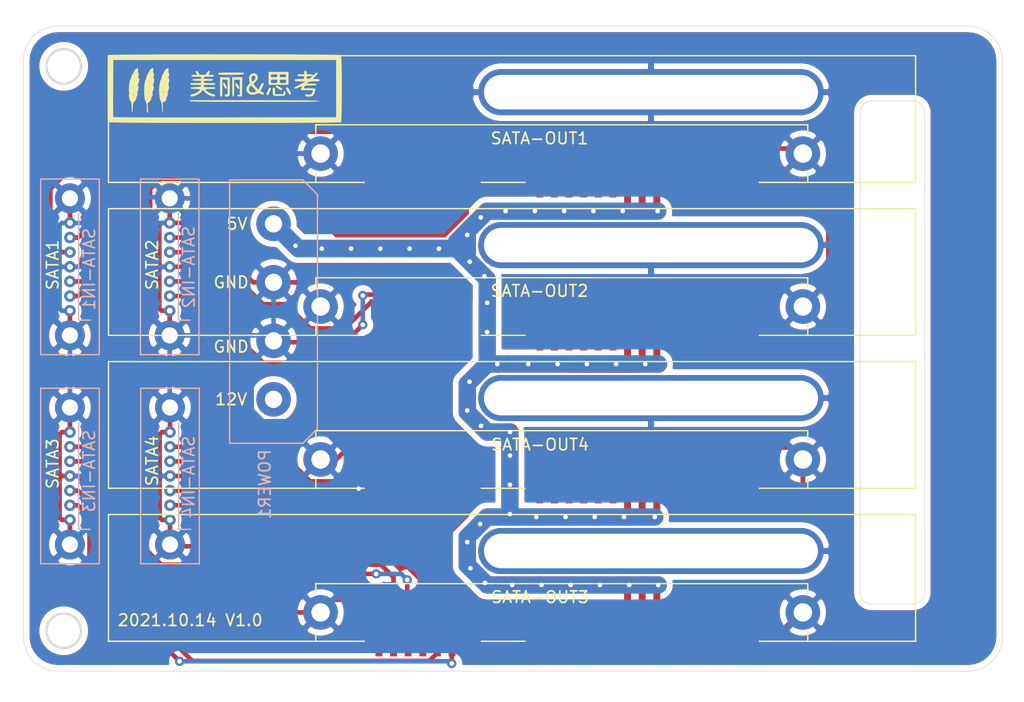
<source format=kicad_pcb>
(kicad_pcb (version 20171130) (host pcbnew 5.1.9+dfsg1-1~bpo10+1)
  (layers (0 F.Cu signal) (31 B.Cu signal) (34 B.Paste user hide) (35 F.Paste user hide) (36 B.SilkS user) (37 F.SilkS user) (38 B.Mask user hide) (39 F.Mask user hide) (44 Edge.Cuts user))
  (net 0 "")
  (net 1 GND)
  (net 2 +5V)
  (net 3 +12V)
  (net 4 "Net-(SATA-OUT1-Pad18)")
  (net 5 "Net-(SATA-OUT2-Pad18)")
  (net 6 "Net-(SATA-OUT3-Pad18)")
  (net 7 "Net-(SATA-OUT4-Pad18)")
  (net 8 /B1+)
  (net 9 /B1-)
  (net 10 /A1-)
  (net 11 /A1+)
  (net 12 /B2+)
  (net 13 /B2-)
  (net 14 /A2-)
  (net 15 /A2+)
  (net 16 /B3+)
  (net 17 /B3-)
  (net 18 /A3-)
  (net 19 /A3+)
  (net 20 /B4+)
  (net 21 /B4-)
  (net 22 /A4-)
  (net 23 /A4+)
  (net 24 "Net-(SATA-OUT1-Pad10)")
  (net 25 "Net-(SATA-OUT2-Pad10)")
  (net 26 "Net-(SATA-OUT3-Pad10)")
  (net 27 "Net-(SATA-OUT4-Pad10)")
  (net 28 "Net-(SATA-OUT1-Pad20)")
  (net 29 "Net-(SATA-OUT2-Pad20)")
  (net 30 "Net-(SATA-OUT3-Pad20)")
  (net 31 "Net-(SATA-OUT4-Pad20)")
  (module NAS:log (layer F.Cu) (at 82.7532 59.8678)
    (fp_text reference G*** hide)
    (fp_text value LOGO hide)
  )
  (module NAS:SATA715F9.1H (layer F.Cu) (at 110.109 78.8099)
    (fp_text reference SATA-OUT2 (at -0.0254 -1.3568) (layer F.SilkS))
    (fp_text value SATA_22P_SMT_180)
    (pad 11 thru_hole oval (at 9.652 -5.334) (size 30 4) (drill oval 29 3) (layers *.Cu *.Mask) (net 1 GND))
    (pad 11 thru_hole circle (at 22.84 0) (size 3 3) (drill 1.6) (layers *.Cu *.Mask) (net 1 GND))
    (pad 11 thru_hole circle (at -19.03 0) (size 3 3) (drill 1.6) (layers *.Cu *.Mask) (net 1 GND))
    (pad 2 smd rect (at -12.7 1.885) (size 0.6 3.85) (layers F.Cu F.Paste F.Mask) (net 15 /A2+))
    (pad 3 smd rect (at -11.43 1.885) (size 0.6 3.85) (layers F.Cu F.Paste F.Mask) (net 14 /A2-))
    (pad 4 smd rect (at -10.16 1.885) (size 0.6 3.85) (layers F.Cu F.Paste F.Mask) (net 1 GND))
    (pad 5 smd rect (at -8.89 1.885) (size 0.6 3.85) (layers F.Cu F.Paste F.Mask) (net 13 /B2-))
    (pad 7 smd rect (at -6.35 1.885) (size 0.6 3.85) (layers F.Cu F.Paste F.Mask) (net 1 GND))
    (pad 6 smd rect (at -7.62 1.885) (size 0.6 3.85) (layers F.Cu F.Paste F.Mask) (net 12 /B2+))
    (pad 1 smd rect (at -13.97 1.885) (size 0.6 3.85) (layers F.Cu F.Paste F.Mask) (net 1 GND))
    (pad 22 smd rect (at 17.78 1.885) (size 0.6 3.85) (layers F.Cu F.Paste F.Mask) (net 29 "Net-(SATA-OUT2-Pad20)"))
    (pad 21 smd rect (at 16.51 1.885) (size 0.6 3.85) (layers F.Cu F.Paste F.Mask) (net 29 "Net-(SATA-OUT2-Pad20)"))
    (pad 20 smd rect (at 15.24 1.885) (size 0.6 3.85) (layers F.Cu F.Paste F.Mask) (net 29 "Net-(SATA-OUT2-Pad20)"))
    (pad 19 smd rect (at 13.97 1.885) (size 0.6 3.85) (layers F.Cu F.Paste F.Mask) (net 1 GND))
    (pad 18 smd rect (at 12.7 1.885) (size 0.6 3.85) (layers F.Cu F.Paste F.Mask) (net 5 "Net-(SATA-OUT2-Pad18)"))
    (pad 17 smd rect (at 11.43 1.885) (size 0.6 3.85) (layers F.Cu F.Paste F.Mask) (net 1 GND))
    (pad 16 smd rect (at 10.16 1.885) (size 0.6 3.85) (layers F.Cu F.Paste F.Mask) (net 2 +5V))
    (pad 15 smd rect (at 8.89 1.885) (size 0.6 3.85) (layers F.Cu F.Paste F.Mask) (net 2 +5V))
    (pad 14 smd rect (at 7.62 1.885) (size 0.6 3.85) (layers F.Cu F.Paste F.Mask) (net 2 +5V))
    (pad 13 smd rect (at 6.35 1.885) (size 0.6 3.85) (layers F.Cu F.Paste F.Mask) (net 1 GND))
    (pad 12 smd rect (at 5.08 1.885) (size 0.6 3.85) (layers F.Cu F.Paste F.Mask) (net 1 GND))
    (pad 11 smd rect (at 3.81 1.885) (size 0.6 3.85) (layers F.Cu F.Paste F.Mask) (net 1 GND))
    (pad 10 smd rect (at 2.54 1.885) (size 0.6 3.85) (layers F.Cu F.Paste F.Mask) (net 25 "Net-(SATA-OUT2-Pad10)"))
    (pad 9 smd rect (at 1.27 1.885) (size 0.6 3.85) (layers F.Cu F.Paste F.Mask) (net 25 "Net-(SATA-OUT2-Pad10)"))
    (pad 8 smd rect (at 0 1.885) (size 0.6 3.85) (layers F.Cu F.Paste F.Mask) (net 25 "Net-(SATA-OUT2-Pad10)"))
  )
  (module NAS:SATA715F9.1H (layer F.Cu) (at 110.109 92.0877)
    (fp_text reference SATA-OUT4 (at 0.0254 -1.2912) (layer F.SilkS))
    (fp_text value SATA_22P_SMT_180)
    (pad 11 thru_hole oval (at 9.652 -5.334) (size 30 4) (drill oval 29 3) (layers *.Cu *.Mask) (net 1 GND))
    (pad 11 thru_hole circle (at 22.84 0) (size 3 3) (drill 1.6) (layers *.Cu *.Mask) (net 1 GND))
    (pad 11 thru_hole circle (at -19.03 0) (size 3 3) (drill 1.6) (layers *.Cu *.Mask) (net 1 GND))
    (pad 2 smd rect (at -12.7 1.885) (size 0.6 3.85) (layers F.Cu F.Paste F.Mask) (net 23 /A4+))
    (pad 3 smd rect (at -11.43 1.885) (size 0.6 3.85) (layers F.Cu F.Paste F.Mask) (net 22 /A4-))
    (pad 4 smd rect (at -10.16 1.885) (size 0.6 3.85) (layers F.Cu F.Paste F.Mask) (net 1 GND))
    (pad 5 smd rect (at -8.89 1.885) (size 0.6 3.85) (layers F.Cu F.Paste F.Mask) (net 21 /B4-))
    (pad 7 smd rect (at -6.35 1.885) (size 0.6 3.85) (layers F.Cu F.Paste F.Mask) (net 1 GND))
    (pad 6 smd rect (at -7.62 1.885) (size 0.6 3.85) (layers F.Cu F.Paste F.Mask) (net 20 /B4+))
    (pad 1 smd rect (at -13.97 1.885) (size 0.6 3.85) (layers F.Cu F.Paste F.Mask) (net 1 GND))
    (pad 22 smd rect (at 17.78 1.885) (size 0.6 3.85) (layers F.Cu F.Paste F.Mask) (net 31 "Net-(SATA-OUT4-Pad20)"))
    (pad 21 smd rect (at 16.51 1.885) (size 0.6 3.85) (layers F.Cu F.Paste F.Mask) (net 31 "Net-(SATA-OUT4-Pad20)"))
    (pad 20 smd rect (at 15.24 1.885) (size 0.6 3.85) (layers F.Cu F.Paste F.Mask) (net 31 "Net-(SATA-OUT4-Pad20)"))
    (pad 19 smd rect (at 13.97 1.885) (size 0.6 3.85) (layers F.Cu F.Paste F.Mask) (net 1 GND))
    (pad 18 smd rect (at 12.7 1.885) (size 0.6 3.85) (layers F.Cu F.Paste F.Mask) (net 7 "Net-(SATA-OUT4-Pad18)"))
    (pad 17 smd rect (at 11.43 1.885) (size 0.6 3.85) (layers F.Cu F.Paste F.Mask) (net 1 GND))
    (pad 16 smd rect (at 10.16 1.885) (size 0.6 3.85) (layers F.Cu F.Paste F.Mask) (net 2 +5V))
    (pad 15 smd rect (at 8.89 1.885) (size 0.6 3.85) (layers F.Cu F.Paste F.Mask) (net 2 +5V))
    (pad 14 smd rect (at 7.62 1.885) (size 0.6 3.85) (layers F.Cu F.Paste F.Mask) (net 2 +5V))
    (pad 13 smd rect (at 6.35 1.885) (size 0.6 3.85) (layers F.Cu F.Paste F.Mask) (net 1 GND))
    (pad 12 smd rect (at 5.08 1.885) (size 0.6 3.85) (layers F.Cu F.Paste F.Mask) (net 1 GND))
    (pad 11 smd rect (at 3.81 1.885) (size 0.6 3.85) (layers F.Cu F.Paste F.Mask) (net 1 GND))
    (pad 10 smd rect (at 2.54 1.885) (size 0.6 3.85) (layers F.Cu F.Paste F.Mask) (net 27 "Net-(SATA-OUT4-Pad10)"))
    (pad 9 smd rect (at 1.27 1.885) (size 0.6 3.85) (layers F.Cu F.Paste F.Mask) (net 27 "Net-(SATA-OUT4-Pad10)"))
    (pad 8 smd rect (at 0 1.885) (size 0.6 3.85) (layers F.Cu F.Paste F.Mask) (net 27 "Net-(SATA-OUT4-Pad10)"))
  )
  (module NAS:SATA7PF180 (layer B.Cu) (at 69.3166 93.5228 270)
    (fp_text reference SATA-IN3 (at -0.4318 -1.6764 270) (layer B.SilkS) (effects (justify mirror)))
    (fp_text value SATA_7P_DIP_180)
    (pad 1 thru_hole circle (at -5.95 0 270) (size 2.6 2.6) (drill 1.4) (layers *.Cu *.Mask) (net 1 GND))
    (pad 7 thru_hole circle (at 5.95 0 270) (size 2.6 2.6) (drill 1.4) (layers *.Cu *.Mask) (net 1 GND))
    (pad 7 thru_hole circle (at 3.81 0 270) (size 1 1) (drill 0.5) (layers *.Cu *.Mask) (net 1 GND))
    (pad 6 thru_hole circle (at 2.54 0 270) (size 1 1) (drill 0.5) (layers *.Cu *.Mask) (net 16 /B3+))
    (pad 5 thru_hole circle (at 1.27 0 270) (size 1 1) (drill 0.5) (layers *.Cu *.Mask) (net 17 /B3-))
    (pad 4 thru_hole circle (at 0 0 270) (size 1 1) (drill 0.5) (layers *.Cu *.Mask) (net 1 GND))
    (pad 3 thru_hole circle (at -1.27 0 270) (size 1 1) (drill 0.5) (layers *.Cu *.Mask) (net 18 /A3-))
    (pad 2 thru_hole circle (at -2.54 0 270) (size 1 1) (drill 0.5) (layers *.Cu *.Mask) (net 19 /A3+))
    (pad 1 thru_hole circle (at -3.81 0 270) (size 1 1) (drill 0.5) (layers *.Cu *.Mask) (net 1 GND))
  )
  (module NAS:SATA7PF180 (layer B.Cu) (at 77.978 75.3618 270)
    (fp_text reference SATA-IN2 (at 0.0254 -1.651 270) (layer B.SilkS) (effects (justify mirror)))
    (fp_text value SATA_7P_DIP_180)
    (pad 1 thru_hole circle (at -5.95 0 270) (size 2.6 2.6) (drill 1.4) (layers *.Cu *.Mask) (net 1 GND))
    (pad 7 thru_hole circle (at 5.95 0 270) (size 2.6 2.6) (drill 1.4) (layers *.Cu *.Mask) (net 1 GND))
    (pad 7 thru_hole circle (at 3.81 0 270) (size 1 1) (drill 0.5) (layers *.Cu *.Mask) (net 1 GND))
    (pad 6 thru_hole circle (at 2.54 0 270) (size 1 1) (drill 0.5) (layers *.Cu *.Mask) (net 12 /B2+))
    (pad 5 thru_hole circle (at 1.27 0 270) (size 1 1) (drill 0.5) (layers *.Cu *.Mask) (net 13 /B2-))
    (pad 4 thru_hole circle (at 0 0 270) (size 1 1) (drill 0.5) (layers *.Cu *.Mask) (net 1 GND))
    (pad 3 thru_hole circle (at -1.27 0 270) (size 1 1) (drill 0.5) (layers *.Cu *.Mask) (net 14 /A2-))
    (pad 2 thru_hole circle (at -2.54 0 270) (size 1 1) (drill 0.5) (layers *.Cu *.Mask) (net 15 /A2+))
    (pad 1 thru_hole circle (at -3.81 0 270) (size 1 1) (drill 0.5) (layers *.Cu *.Mask) (net 1 GND))
  )
  (module NAS:SATA715F9.1H (layer F.Cu) (at 110.109 65.532)
    (fp_text reference SATA-OUT1 (at -0.0254 -1.3208) (layer F.SilkS))
    (fp_text value SATA_22P_SMT_180)
    (pad 11 thru_hole oval (at 9.652 -5.334) (size 30 4) (drill oval 29 3) (layers *.Cu *.Mask) (net 1 GND))
    (pad 11 thru_hole circle (at 22.84 0) (size 3 3) (drill 1.6) (layers *.Cu *.Mask) (net 1 GND))
    (pad 11 thru_hole circle (at -19.03 0) (size 3 3) (drill 1.6) (layers *.Cu *.Mask) (net 1 GND))
    (pad 2 smd rect (at -12.7 1.885) (size 0.6 3.85) (layers F.Cu F.Paste F.Mask) (net 11 /A1+))
    (pad 3 smd rect (at -11.43 1.885) (size 0.6 3.85) (layers F.Cu F.Paste F.Mask) (net 10 /A1-))
    (pad 4 smd rect (at -10.16 1.885) (size 0.6 3.85) (layers F.Cu F.Paste F.Mask) (net 1 GND))
    (pad 5 smd rect (at -8.89 1.885) (size 0.6 3.85) (layers F.Cu F.Paste F.Mask) (net 9 /B1-))
    (pad 7 smd rect (at -6.35 1.885) (size 0.6 3.85) (layers F.Cu F.Paste F.Mask) (net 1 GND))
    (pad 6 smd rect (at -7.62 1.885) (size 0.6 3.85) (layers F.Cu F.Paste F.Mask) (net 8 /B1+))
    (pad 1 smd rect (at -13.97 1.885) (size 0.6 3.85) (layers F.Cu F.Paste F.Mask) (net 1 GND))
    (pad 22 smd rect (at 17.78 1.885) (size 0.6 3.85) (layers F.Cu F.Paste F.Mask) (net 28 "Net-(SATA-OUT1-Pad20)"))
    (pad 21 smd rect (at 16.51 1.885) (size 0.6 3.85) (layers F.Cu F.Paste F.Mask) (net 28 "Net-(SATA-OUT1-Pad20)"))
    (pad 20 smd rect (at 15.24 1.885) (size 0.6 3.85) (layers F.Cu F.Paste F.Mask) (net 28 "Net-(SATA-OUT1-Pad20)"))
    (pad 19 smd rect (at 13.97 1.885) (size 0.6 3.85) (layers F.Cu F.Paste F.Mask) (net 1 GND))
    (pad 18 smd rect (at 12.7 1.885) (size 0.6 3.85) (layers F.Cu F.Paste F.Mask) (net 4 "Net-(SATA-OUT1-Pad18)"))
    (pad 17 smd rect (at 11.43 1.885) (size 0.6 3.85) (layers F.Cu F.Paste F.Mask) (net 1 GND))
    (pad 16 smd rect (at 10.16 1.885) (size 0.6 3.85) (layers F.Cu F.Paste F.Mask) (net 2 +5V))
    (pad 15 smd rect (at 8.89 1.885) (size 0.6 3.85) (layers F.Cu F.Paste F.Mask) (net 2 +5V))
    (pad 14 smd rect (at 7.62 1.885) (size 0.6 3.85) (layers F.Cu F.Paste F.Mask) (net 2 +5V))
    (pad 13 smd rect (at 6.35 1.885) (size 0.6 3.85) (layers F.Cu F.Paste F.Mask) (net 1 GND))
    (pad 12 smd rect (at 5.08 1.885) (size 0.6 3.85) (layers F.Cu F.Paste F.Mask) (net 1 GND))
    (pad 11 smd rect (at 3.81 1.885) (size 0.6 3.85) (layers F.Cu F.Paste F.Mask) (net 1 GND))
    (pad 10 smd rect (at 2.54 1.885) (size 0.6 3.85) (layers F.Cu F.Paste F.Mask) (net 24 "Net-(SATA-OUT1-Pad10)"))
    (pad 9 smd rect (at 1.27 1.885) (size 0.6 3.85) (layers F.Cu F.Paste F.Mask) (net 24 "Net-(SATA-OUT1-Pad10)"))
    (pad 8 smd rect (at 0 1.885) (size 0.6 3.85) (layers F.Cu F.Paste F.Mask) (net 24 "Net-(SATA-OUT1-Pad10)"))
  )
  (module NAS:SATA7PF180 (layer B.Cu) (at 69.3166 75.3618 270)
    (fp_text reference SATA-IN1 (at 0.2032 -1.6764 270) (layer B.SilkS) (effects (justify mirror)))
    (fp_text value SATA_7P_DIP_180)
    (pad 1 thru_hole circle (at -5.95 0 270) (size 2.6 2.6) (drill 1.4) (layers *.Cu *.Mask) (net 1 GND))
    (pad 7 thru_hole circle (at 5.95 0 270) (size 2.6 2.6) (drill 1.4) (layers *.Cu *.Mask) (net 1 GND))
    (pad 7 thru_hole circle (at 3.81 0 270) (size 1 1) (drill 0.5) (layers *.Cu *.Mask) (net 1 GND))
    (pad 6 thru_hole circle (at 2.54 0 270) (size 1 1) (drill 0.5) (layers *.Cu *.Mask) (net 8 /B1+))
    (pad 5 thru_hole circle (at 1.27 0 270) (size 1 1) (drill 0.5) (layers *.Cu *.Mask) (net 9 /B1-))
    (pad 4 thru_hole circle (at 0 0 270) (size 1 1) (drill 0.5) (layers *.Cu *.Mask) (net 1 GND))
    (pad 3 thru_hole circle (at -1.27 0 270) (size 1 1) (drill 0.5) (layers *.Cu *.Mask) (net 10 /A1-))
    (pad 2 thru_hole circle (at -2.54 0 270) (size 1 1) (drill 0.5) (layers *.Cu *.Mask) (net 11 /A1+))
    (pad 1 thru_hole circle (at -3.81 0 270) (size 1 1) (drill 0.5) (layers *.Cu *.Mask) (net 1 GND))
  )
  (module NAS:SATA715F9.1H (layer F.Cu) (at 110.109 105.366)
    (fp_text reference SATA-OUT3 (at 0.0254 -1.3272) (layer F.SilkS))
    (fp_text value SATA_22P_SMT_180)
    (pad 11 thru_hole oval (at 9.652 -5.334) (size 30 4) (drill oval 29 3) (layers *.Cu *.Mask) (net 1 GND))
    (pad 11 thru_hole circle (at 22.84 0) (size 3 3) (drill 1.6) (layers *.Cu *.Mask) (net 1 GND))
    (pad 11 thru_hole circle (at -19.03 0) (size 3 3) (drill 1.6) (layers *.Cu *.Mask) (net 1 GND))
    (pad 2 smd rect (at -12.7 1.885) (size 0.6 3.85) (layers F.Cu F.Paste F.Mask) (net 19 /A3+))
    (pad 3 smd rect (at -11.43 1.885) (size 0.6 3.85) (layers F.Cu F.Paste F.Mask) (net 18 /A3-))
    (pad 4 smd rect (at -10.16 1.885) (size 0.6 3.85) (layers F.Cu F.Paste F.Mask) (net 1 GND))
    (pad 5 smd rect (at -8.89 1.885) (size 0.6 3.85) (layers F.Cu F.Paste F.Mask) (net 17 /B3-))
    (pad 7 smd rect (at -6.35 1.885) (size 0.6 3.85) (layers F.Cu F.Paste F.Mask) (net 1 GND))
    (pad 6 smd rect (at -7.62 1.885) (size 0.6 3.85) (layers F.Cu F.Paste F.Mask) (net 16 /B3+))
    (pad 1 smd rect (at -13.97 1.885) (size 0.6 3.85) (layers F.Cu F.Paste F.Mask) (net 1 GND))
    (pad 22 smd rect (at 17.78 1.885) (size 0.6 3.85) (layers F.Cu F.Paste F.Mask) (net 30 "Net-(SATA-OUT3-Pad20)"))
    (pad 21 smd rect (at 16.51 1.885) (size 0.6 3.85) (layers F.Cu F.Paste F.Mask) (net 30 "Net-(SATA-OUT3-Pad20)"))
    (pad 20 smd rect (at 15.24 1.885) (size 0.6 3.85) (layers F.Cu F.Paste F.Mask) (net 30 "Net-(SATA-OUT3-Pad20)"))
    (pad 19 smd rect (at 13.97 1.885) (size 0.6 3.85) (layers F.Cu F.Paste F.Mask) (net 1 GND))
    (pad 18 smd rect (at 12.7 1.885) (size 0.6 3.85) (layers F.Cu F.Paste F.Mask) (net 6 "Net-(SATA-OUT3-Pad18)"))
    (pad 17 smd rect (at 11.43 1.885) (size 0.6 3.85) (layers F.Cu F.Paste F.Mask) (net 1 GND))
    (pad 16 smd rect (at 10.16 1.885) (size 0.6 3.85) (layers F.Cu F.Paste F.Mask) (net 2 +5V))
    (pad 15 smd rect (at 8.89 1.885) (size 0.6 3.85) (layers F.Cu F.Paste F.Mask) (net 2 +5V))
    (pad 14 smd rect (at 7.62 1.885) (size 0.6 3.85) (layers F.Cu F.Paste F.Mask) (net 2 +5V))
    (pad 13 smd rect (at 6.35 1.885) (size 0.6 3.85) (layers F.Cu F.Paste F.Mask) (net 1 GND))
    (pad 12 smd rect (at 5.08 1.885) (size 0.6 3.85) (layers F.Cu F.Paste F.Mask) (net 1 GND))
    (pad 11 smd rect (at 3.81 1.885) (size 0.6 3.85) (layers F.Cu F.Paste F.Mask) (net 1 GND))
    (pad 10 smd rect (at 2.54 1.885) (size 0.6 3.85) (layers F.Cu F.Paste F.Mask) (net 26 "Net-(SATA-OUT3-Pad10)"))
    (pad 9 smd rect (at 1.27 1.885) (size 0.6 3.85) (layers F.Cu F.Paste F.Mask) (net 26 "Net-(SATA-OUT3-Pad10)"))
    (pad 8 smd rect (at 0 1.885) (size 0.6 3.85) (layers F.Cu F.Paste F.Mask) (net 26 "Net-(SATA-OUT3-Pad10)"))
  )
  (module NAS:Power4P (layer B.Cu) (at 86.995 79.248 90)
    (fp_text reference POWER1 (at -14.986 -0.762 90) (layer B.SilkS) (effects (justify mirror)))
    (fp_text value POWER4P)
    (pad 4 thru_hole circle (at 7.62 0 90) (size 3 3) (drill 1.5) (layers *.Cu *.Mask) (net 2 +5V))
    (pad 3 thru_hole circle (at 2.54 0 90) (size 3 3) (drill 1.5) (layers *.Cu *.Mask) (net 1 GND))
    (pad 2 thru_hole circle (at -2.54 0 90) (size 3 3) (drill 1.5) (layers *.Cu *.Mask) (net 1 GND))
    (pad 1 thru_hole circle (at -7.62 0 90) (size 3 3) (drill 1.5) (layers *.Cu *.Mask) (net 3 +12V))
  )
  (module NAS:SATA7PF180 (layer B.Cu) (at 78.0034 93.5228 270)
    (fp_text reference SATA-IN4 (at 0.0762 -1.6256 270) (layer B.SilkS) (effects (justify mirror)))
    (fp_text value SATA_7P_DIP_180)
    (pad 1 thru_hole circle (at -5.95 0 270) (size 2.6 2.6) (drill 1.4) (layers *.Cu *.Mask) (net 1 GND))
    (pad 7 thru_hole circle (at 5.95 0 270) (size 2.6 2.6) (drill 1.4) (layers *.Cu *.Mask) (net 1 GND))
    (pad 7 thru_hole circle (at 3.81 0 270) (size 1 1) (drill 0.5) (layers *.Cu *.Mask) (net 1 GND))
    (pad 6 thru_hole circle (at 2.54 0 270) (size 1 1) (drill 0.5) (layers *.Cu *.Mask) (net 20 /B4+))
    (pad 5 thru_hole circle (at 1.27 0 270) (size 1 1) (drill 0.5) (layers *.Cu *.Mask) (net 21 /B4-))
    (pad 4 thru_hole circle (at 0 0 270) (size 1 1) (drill 0.5) (layers *.Cu *.Mask) (net 1 GND))
    (pad 3 thru_hole circle (at -1.27 0 270) (size 1 1) (drill 0.5) (layers *.Cu *.Mask) (net 22 /A4-))
    (pad 2 thru_hole circle (at -2.54 0 270) (size 1 1) (drill 0.5) (layers *.Cu *.Mask) (net 23 /A4+))
    (pad 1 thru_hole circle (at -3.81 0 270) (size 1 1) (drill 0.5) (layers *.Cu *.Mask) (net 1 GND))
  )
  (gr_text "2021.10.14 V1.0" (at 79.756 106.045) (layer F.SilkS) (effects (font (size 1 1))))
  (gr_text SATA4 (at 76.454 92.202 90) (layer F.SilkS) (effects (font (size 1 1))))
  (gr_text SATA3 (at 67.818 92.456 90) (layer F.SilkS) (effects (font (size 1 1))))
  (gr_text SATA2 (at 76.454 75.184 90) (layer F.SilkS) (effects (font (size 1 1))))
  (gr_text SATA1 (at 67.818 75.184 90) (layer F.SilkS) (effects (font (size 1 1))))
  (gr_text GND (at 83.312 76.708) (layer F.SilkS) (effects (font (size 1 1))))
  (gr_text 12V (at 83.312 86.868) (layer F.SilkS) (effects (font (size 1 1))))
  (gr_text GND (at 83.312 82.296) (layer F.SilkS) (effects (font (size 1 1))))
  (gr_text 5V (at 83.82 71.628) (layer F.SilkS) (effects (font (size 1 1))))
  (gr_arc (start 138.938 103.632) (end 137.922 103.632) (angle -90) (layer Edge.Cuts) (width 0.05))
  (gr_arc (start 142.494 103.632) (end 142.494 104.648) (angle -90) (layer Edge.Cuts) (width 0.05))
  (gr_arc (start 142.494 61.976) (end 143.51 61.976) (angle -90) (layer Edge.Cuts) (width 0.05))
  (gr_arc (start 138.938 61.976) (end 138.938 60.96) (angle -90) (layer Edge.Cuts) (width 0.05))
  (gr_line (start 143.51 61.976) (end 143.51 103.632) (layer Edge.Cuts) (width 0.05))
  (gr_line (start 138.938 60.96) (end 142.494 60.96) (layer Edge.Cuts) (width 0.05))
  (gr_line (start 137.922 103.632) (end 137.922 61.976) (layer Edge.Cuts) (width 0.05))
  (gr_line (start 142.494 104.648) (end 138.938 104.648) (layer Edge.Cuts) (width 0.05))
  (gr_line (start 147.277332 110.459788) (end 68.27749 110.459788) (layer Edge.Cuts) (width 0.05))
  (gr_arc (start 147.277334 107.459797) (end 147.277332 110.459788) (angle -90) (layer Edge.Cuts) (width 0.05))
  (gr_line (start 150.277326 57.459894) (end 150.277326 107.459794) (layer Edge.Cuts) (width 0.05))
  (gr_arc (start 68.277487 57.459892) (end 68.27749 54.4599) (angle -90) (layer Edge.Cuts) (width 0.05))
  (gr_line (start 65.277496 107.459794) (end 65.277496 57.459894) (layer Edge.Cuts) (width 0.05))
  (gr_arc (start 68.277487 107.459797) (end 65.277496 107.459794) (angle -90) (layer Edge.Cuts) (width 0.05))
  (gr_arc (start 147.277334 57.459892) (end 150.277326 57.459894) (angle -90) (layer Edge.Cuts) (width 0.05))
  (gr_circle (center 68.777489 57.959893) (end 70.277489 57.959893) (layer Edge.Cuts) (width 0.2))
  (gr_circle (center 68.777489 106.959795) (end 70.277489 106.959795) (layer Edge.Cuts) (width 0.2))
  (gr_line (start 68.27749 54.4599) (end 147.277332 54.4599) (layer Edge.Cuts) (width 0.05))
  (segment (start 69.3166 69.4118) (end 69.3166 71.5518) (width 0.4) (layer F.Cu) (net 1))
  (segment (start 69.3166 79.1718) (end 69.3166 81.3118) (width 0.4) (layer F.Cu) (net 1))
  (segment (start 68.416599 75.168905) (end 68.609494 75.3618) (width 0.4) (layer B.Cu) (net 1))
  (segment (start 68.416599 71.744695) (end 68.416599 75.168905) (width 0.4) (layer B.Cu) (net 1))
  (segment (start 68.609494 71.5518) (end 68.416599 71.744695) (width 0.4) (layer B.Cu) (net 1))
  (segment (start 69.3166 71.5518) (end 68.609494 71.5518) (width 0.4) (layer B.Cu) (net 1))
  (segment (start 68.609494 79.1718) (end 69.3166 79.1718) (width 0.4) (layer B.Cu) (net 1))
  (segment (start 68.416599 78.978905) (end 68.609494 79.1718) (width 0.4) (layer B.Cu) (net 1))
  (segment (start 68.416599 75.554695) (end 68.416599 78.978905) (width 0.4) (layer B.Cu) (net 1))
  (segment (start 68.609494 75.3618) (end 68.416599 75.554695) (width 0.4) (layer B.Cu) (net 1))
  (segment (start 69.3166 75.3618) (end 68.609494 75.3618) (width 0.4) (layer B.Cu) (net 1))
  (segment (start 77.978 69.4118) (end 77.978 71.5518) (width 0.4) (layer F.Cu) (net 1))
  (segment (start 77.978 79.1718) (end 77.978 81.3118) (width 0.4) (layer F.Cu) (net 1))
  (segment (start 77.077999 75.168905) (end 77.270894 75.3618) (width 0.4) (layer F.Cu) (net 1))
  (segment (start 77.077999 71.744695) (end 77.077999 75.168905) (width 0.4) (layer F.Cu) (net 1))
  (segment (start 77.270894 71.5518) (end 77.077999 71.744695) (width 0.4) (layer F.Cu) (net 1))
  (segment (start 77.978 71.5518) (end 77.270894 71.5518) (width 0.4) (layer F.Cu) (net 1))
  (segment (start 77.270894 79.1718) (end 77.978 79.1718) (width 0.4) (layer F.Cu) (net 1))
  (segment (start 77.077999 78.978905) (end 77.270894 79.1718) (width 0.4) (layer F.Cu) (net 1))
  (segment (start 77.077999 75.554695) (end 77.077999 78.978905) (width 0.4) (layer F.Cu) (net 1))
  (segment (start 77.270894 75.3618) (end 77.077999 75.554695) (width 0.4) (layer F.Cu) (net 1))
  (segment (start 77.978 75.3618) (end 77.270894 75.3618) (width 0.4) (layer F.Cu) (net 1))
  (segment (start 69.3166 81.3118) (end 69.3166 87.5728) (width 0.4) (layer B.Cu) (net 1))
  (segment (start 77.978 87.5474) (end 78.0034 87.5728) (width 0.4) (layer B.Cu) (net 1))
  (segment (start 77.978 81.3118) (end 77.978 87.5474) (width 0.4) (layer B.Cu) (net 1))
  (segment (start 69.3166 87.5728) (end 69.3166 89.7128) (width 0.4) (layer F.Cu) (net 1))
  (segment (start 68.416599 93.329905) (end 68.609494 93.5228) (width 0.4) (layer F.Cu) (net 1))
  (segment (start 68.416599 89.905695) (end 68.416599 93.329905) (width 0.4) (layer F.Cu) (net 1))
  (segment (start 68.609494 89.7128) (end 68.416599 89.905695) (width 0.4) (layer F.Cu) (net 1))
  (segment (start 69.3166 89.7128) (end 68.609494 89.7128) (width 0.4) (layer F.Cu) (net 1))
  (segment (start 68.416599 93.715695) (end 68.416599 97.139905) (width 0.4) (layer F.Cu) (net 1))
  (segment (start 68.609494 93.5228) (end 68.416599 93.715695) (width 0.4) (layer F.Cu) (net 1))
  (segment (start 68.609494 97.3328) (end 69.3166 97.3328) (width 0.4) (layer F.Cu) (net 1))
  (segment (start 68.416599 97.139905) (end 68.609494 97.3328) (width 0.4) (layer F.Cu) (net 1))
  (segment (start 69.3166 93.5228) (end 68.609494 93.5228) (width 0.4) (layer F.Cu) (net 1))
  (segment (start 78.0034 87.5728) (end 78.0034 89.7128) (width 0.4) (layer F.Cu) (net 1))
  (segment (start 78.0034 97.3328) (end 78.0034 99.4728) (width 0.4) (layer F.Cu) (net 1))
  (segment (start 77.103399 93.329905) (end 77.296294 93.5228) (width 0.4) (layer F.Cu) (net 1))
  (segment (start 77.103399 89.905695) (end 77.103399 93.329905) (width 0.4) (layer F.Cu) (net 1))
  (segment (start 77.296294 89.7128) (end 77.103399 89.905695) (width 0.4) (layer F.Cu) (net 1))
  (segment (start 78.0034 89.7128) (end 77.296294 89.7128) (width 0.4) (layer F.Cu) (net 1))
  (segment (start 77.296294 97.3328) (end 78.0034 97.3328) (width 0.4) (layer F.Cu) (net 1))
  (segment (start 77.103399 97.139905) (end 77.296294 97.3328) (width 0.4) (layer F.Cu) (net 1))
  (segment (start 77.103399 93.715695) (end 77.103399 97.139905) (width 0.4) (layer F.Cu) (net 1))
  (segment (start 77.296294 93.5228) (end 77.103399 93.715695) (width 0.4) (layer F.Cu) (net 1))
  (segment (start 78.0034 93.5228) (end 77.296294 93.5228) (width 0.4) (layer F.Cu) (net 1))
  (segment (start 86.5188 81.3118) (end 86.995 81.788) (width 0.4) (layer B.Cu) (net 1))
  (segment (start 77.978 81.3118) (end 86.5188 81.3118) (width 0.4) (layer B.Cu) (net 1))
  (segment (start 96.0174 67.5386) (end 96.139 67.417) (width 0.4) (layer F.Cu) (net 1))
  (segment (start 94.7928 67.5386) (end 96.0174 67.5386) (width 0.4) (layer F.Cu) (net 1))
  (segment (start 99.949 69.042) (end 99.949 67.417) (width 0.4) (layer F.Cu) (net 1))
  (segment (start 96.139 67.417) (end 96.139 69.042) (width 0.4) (layer F.Cu) (net 1))
  (segment (start 103.759 65.741998) (end 103.759 67.417) (width 0.4) (layer F.Cu) (net 1))
  (segment (start 100.649001 65.091999) (end 103.109001 65.091999) (width 0.4) (layer F.Cu) (net 1))
  (segment (start 113.919 65.792) (end 113.919 67.417) (width 0.4) (layer F.Cu) (net 1))
  (segment (start 113.919 67.417) (end 115.189 67.417) (width 0.4) (layer F.Cu) (net 1))
  (segment (start 115.189 67.417) (end 116.459 67.417) (width 0.4) (layer F.Cu) (net 1))
  (segment (start 124.079 65.792) (end 124.079 67.417) (width 0.4) (layer F.Cu) (net 1))
  (segment (start 121.539 67.417) (end 121.539 65.741998) (width 0.4) (layer F.Cu) (net 1))
  (segment (start 122.188999 65.091999) (end 123.131 65.092) (width 0.4) (layer F.Cu) (net 1))
  (segment (start 116.459 67.417) (end 116.459 65.1092) (width 0.4) (layer F.Cu) (net 1))
  (segment (start 116.459 65.1092) (end 116.4418 65.092) (width 0.4) (layer F.Cu) (net 1))
  (segment (start 113.919 65.1764) (end 114.0034 65.092) (width 0.4) (layer F.Cu) (net 1))
  (segment (start 113.919 67.417) (end 113.919 65.1764) (width 0.4) (layer F.Cu) (net 1))
  (segment (start 121.539 65.1764) (end 121.4546 65.092) (width 0.4) (layer F.Cu) (net 1))
  (segment (start 121.539 67.417) (end 121.539 65.1764) (width 0.4) (layer F.Cu) (net 1))
  (segment (start 121.4546 65.092) (end 123.131 65.092) (width 0.4) (layer F.Cu) (net 1))
  (segment (start 86.995 81.788) (end 86.995 76.708) (width 0.4) (layer B.Cu) (net 1))
  (segment (start 94.923979 81.909921) (end 96.139 80.6949) (width 0.4) (layer F.Cu) (net 1))
  (segment (start 87.116921 81.909921) (end 94.923979 81.909921) (width 0.4) (layer F.Cu) (net 1))
  (segment (start 86.995 81.788) (end 87.116921 81.909921) (width 0.4) (layer F.Cu) (net 1))
  (segment (start 99.949 82.3199) (end 99.949 80.6949) (width 0.4) (layer F.Cu) (net 1))
  (segment (start 96.139 80.6949) (end 96.139 82.369902) (width 0.4) (layer F.Cu) (net 1))
  (segment (start 103.759 79.019898) (end 103.759 80.6949) (width 0.4) (layer F.Cu) (net 1))
  (segment (start 99.949 80.6949) (end 99.949 79.0699) (width 0.4) (layer F.Cu) (net 1))
  (segment (start 113.919 80.6949) (end 115.189 80.6949) (width 0.4) (layer F.Cu) (net 1))
  (segment (start 115.189 80.6949) (end 116.459 80.6949) (width 0.4) (layer F.Cu) (net 1))
  (segment (start 124.079 78.3844) (end 124.079 80.6949) (width 0.4) (layer F.Cu) (net 1))
  (segment (start 124.064499 78.369899) (end 124.079 78.3844) (width 0.4) (layer F.Cu) (net 1))
  (segment (start 121.539 78.456998) (end 121.626099 78.369899) (width 0.4) (layer F.Cu) (net 1))
  (segment (start 121.539 80.6949) (end 121.539 78.456998) (width 0.4) (layer F.Cu) (net 1))
  (segment (start 121.626099 78.369899) (end 124.064499 78.369899) (width 0.4) (layer F.Cu) (net 1))
  (segment (start 115.189 80.6949) (end 115.189 78.3844) (width 0.4) (layer F.Cu) (net 1))
  (segment (start 115.189 78.3844) (end 115.174499 78.369899) (width 0.4) (layer F.Cu) (net 1))
  (segment (start 116.459 78.507798) (end 116.596899 78.369899) (width 0.4) (layer F.Cu) (net 1))
  (segment (start 116.459 80.6949) (end 116.459 78.507798) (width 0.4) (layer F.Cu) (net 1))
  (segment (start 115.174499 78.369899) (end 116.596899 78.369899) (width 0.4) (layer F.Cu) (net 1))
  (segment (start 113.919 78.456998) (end 114.006099 78.369899) (width 0.4) (layer F.Cu) (net 1))
  (segment (start 113.919 80.6949) (end 113.919 78.456998) (width 0.4) (layer F.Cu) (net 1))
  (segment (start 114.006099 78.369899) (end 115.174499 78.369899) (width 0.4) (layer F.Cu) (net 1))
  (segment (start 115.189 67.417) (end 115.189 65.1092) (width 0.4) (layer F.Cu) (net 1))
  (segment (start 114.0034 65.092) (end 115.1718 65.092) (width 0.4) (layer F.Cu) (net 1))
  (segment (start 115.189 65.1092) (end 115.1718 65.092) (width 0.4) (layer F.Cu) (net 1))
  (segment (start 115.1718 65.092) (end 116.4418 65.092) (width 0.4) (layer F.Cu) (net 1))
  (via (at 94.3864 94.615) (size 0.8) (drill 0.4) (layers F.Cu B.Cu) (net 1))
  (segment (start 96.139 93.9727) (end 95.0287 93.9727) (width 0.4) (layer F.Cu) (net 1))
  (segment (start 95.0287 93.9727) (end 94.3864 94.615) (width 0.4) (layer F.Cu) (net 1))
  (segment (start 85.094999 83.688001) (end 86.995 81.788) (width 0.4) (layer B.Cu) (net 1))
  (segment (start 90.571303 88.768001) (end 86.082999 88.768001) (width 0.4) (layer B.Cu) (net 1))
  (segment (start 85.094999 87.780001) (end 85.094999 83.688001) (width 0.4) (layer B.Cu) (net 1))
  (segment (start 86.082999 88.768001) (end 85.094999 87.780001) (width 0.4) (layer B.Cu) (net 1))
  (segment (start 94.3864 94.615) (end 94.3864 92.583098) (width 0.4) (layer B.Cu) (net 1))
  (segment (start 93.167151 91.363849) (end 90.571303 88.768001) (width 0.4) (layer B.Cu) (net 1))
  (segment (start 94.3864 92.583098) (end 93.167151 91.363849) (width 0.4) (layer B.Cu) (net 1))
  (segment (start 93.48331 91.04769) (end 93.167151 91.363849) (width 0.4) (layer F.Cu) (net 1))
  (segment (start 93.0856 67.5386) (end 94.7928 67.5386) (width 0.4) (layer F.Cu) (net 1))
  (segment (start 91.079 65.532) (end 93.0856 67.5386) (width 0.4) (layer F.Cu) (net 1))
  (segment (start 88.9771 76.708) (end 91.079 78.8099) (width 0.4) (layer F.Cu) (net 1))
  (segment (start 86.995 76.708) (end 88.9771 76.708) (width 0.4) (layer F.Cu) (net 1))
  (segment (start 92.4433 92.0877) (end 93.167151 91.363849) (width 0.4) (layer F.Cu) (net 1))
  (segment (start 91.079 92.0877) (end 92.4433 92.0877) (width 0.4) (layer F.Cu) (net 1))
  (segment (start 94.3864 102.0586) (end 91.079 105.366) (width 0.4) (layer B.Cu) (net 1))
  (segment (start 94.3864 100.1522) (end 94.3864 100.203) (width 0.4) (layer B.Cu) (net 1))
  (segment (start 94.3864 100.1522) (end 94.3864 102.0586) (width 0.4) (layer B.Cu) (net 1))
  (segment (start 94.3864 94.615) (end 94.3864 100.1522) (width 0.4) (layer B.Cu) (net 1))
  (segment (start 103.759 107.251) (end 103.759 105.626) (width 0.4) (layer F.Cu) (net 1))
  (segment (start 113.919 93.9727) (end 115.189 93.9727) (width 0.4) (layer F.Cu) (net 1))
  (segment (start 115.189 93.9727) (end 116.459 93.9727) (width 0.4) (layer F.Cu) (net 1))
  (segment (start 124.079 91.6477) (end 124.079 93.9727) (width 0.4) (layer F.Cu) (net 1))
  (segment (start 123.47899 91.04769) (end 124.079 91.6477) (width 0.4) (layer F.Cu) (net 1))
  (segment (start 98.99789 91.04769) (end 93.48331 91.04769) (width 0.4) (layer F.Cu) (net 1))
  (segment (start 99.34899 91.04769) (end 98.99789 91.04769) (width 0.4) (layer F.Cu) (net 1))
  (segment (start 121.539 91.186) (end 121.40069 91.04769) (width 0.4) (layer F.Cu) (net 1))
  (segment (start 121.539 93.9727) (end 121.539 91.186) (width 0.4) (layer F.Cu) (net 1))
  (segment (start 121.40069 91.04769) (end 123.47899 91.04769) (width 0.4) (layer F.Cu) (net 1))
  (segment (start 116.459 93.9727) (end 116.459 91.11258) (width 0.4) (layer F.Cu) (net 1))
  (segment (start 116.459 91.11258) (end 116.39411 91.04769) (width 0.4) (layer F.Cu) (net 1))
  (segment (start 115.189 91.186) (end 115.05069 91.04769) (width 0.4) (layer F.Cu) (net 1))
  (segment (start 115.189 93.9727) (end 115.189 91.186) (width 0.4) (layer F.Cu) (net 1))
  (segment (start 115.05069 91.04769) (end 116.39411 91.04769) (width 0.4) (layer F.Cu) (net 1))
  (segment (start 113.919 93.9727) (end 113.919 91.11258) (width 0.4) (layer F.Cu) (net 1))
  (segment (start 113.919 91.11258) (end 113.98389 91.04769) (width 0.4) (layer F.Cu) (net 1))
  (segment (start 113.98389 91.04769) (end 115.05069 91.04769) (width 0.4) (layer F.Cu) (net 1))
  (segment (start 131.90899 91.04769) (end 132.949 92.0877) (width 0.4) (layer F.Cu) (net 1))
  (segment (start 123.47899 91.04769) (end 131.90899 91.04769) (width 0.4) (layer F.Cu) (net 1))
  (segment (start 132.508999 65.091999) (end 132.949 65.532) (width 0.4) (layer F.Cu) (net 1))
  (segment (start 113.919 107.251) (end 115.189 107.251) (width 0.4) (layer F.Cu) (net 1))
  (segment (start 115.189 107.251) (end 116.459 107.251) (width 0.4) (layer F.Cu) (net 1))
  (segment (start 124.079 108.876) (end 124.079 107.251) (width 0.4) (layer F.Cu) (net 1))
  (segment (start 121.539 107.251) (end 121.539 108.876) (width 0.4) (layer F.Cu) (net 1))
  (segment (start 128.509001 109.576001) (end 132.719002 105.366) (width 0.4) (layer F.Cu) (net 1))
  (segment (start 123.063401 109.576001) (end 123.379 109.576) (width 0.4) (layer F.Cu) (net 1))
  (segment (start 132.719002 105.366) (end 132.949 105.366) (width 0.4) (layer F.Cu) (net 1))
  (segment (start 103.759 91.0844) (end 103.79571 91.04769) (width 0.4) (layer F.Cu) (net 1))
  (segment (start 103.759 93.9727) (end 103.759 91.0844) (width 0.4) (layer F.Cu) (net 1))
  (segment (start 99.949 91.06178) (end 99.93491 91.04769) (width 0.4) (layer F.Cu) (net 1))
  (segment (start 98.99789 91.04769) (end 99.93491 91.04769) (width 0.4) (layer F.Cu) (net 1))
  (segment (start 99.949 93.9727) (end 99.949 91.06178) (width 0.4) (layer F.Cu) (net 1))
  (segment (start 99.93491 91.04769) (end 103.79571 91.04769) (width 0.4) (layer F.Cu) (net 1))
  (segment (start 135.16101 67.74401) (end 132.949 65.532) (width 0.4) (layer F.Cu) (net 1))
  (segment (start 132.949 78.8099) (end 135.16101 76.59789) (width 0.4) (layer F.Cu) (net 1))
  (segment (start 113.919 108.876) (end 113.919 107.251) (width 0.4) (layer F.Cu) (net 1))
  (segment (start 116.459 107.251) (end 116.459 108.926002) (width 0.4) (layer F.Cu) (net 1))
  (segment (start 116.459 108.926002) (end 117.108999 109.576001) (width 0.4) (layer F.Cu) (net 1))
  (segment (start 122.239001 109.576001) (end 122.503799 109.576001) (width 0.4) (layer F.Cu) (net 1))
  (segment (start 122.503799 109.576001) (end 123.063401 109.576001) (width 0.4) (layer F.Cu) (net 1))
  (segment (start 87.1992 69.4118) (end 91.079 65.532) (width 0.4) (layer B.Cu) (net 1))
  (segment (start 77.978 69.4118) (end 87.1992 69.4118) (width 0.4) (layer B.Cu) (net 1))
  (segment (start 79.683514 105.366) (end 91.079 105.366) (width 0.4) (layer F.Cu) (net 1))
  (segment (start 74.136382 99.818868) (end 79.683514 105.366) (width 0.4) (layer F.Cu) (net 1))
  (segment (start 74.136382 97.635476) (end 74.136382 99.818868) (width 0.4) (layer F.Cu) (net 1))
  (segment (start 70.023706 93.5228) (end 74.136382 97.635476) (width 0.4) (layer F.Cu) (net 1))
  (segment (start 69.3166 93.5228) (end 70.023706 93.5228) (width 0.4) (layer F.Cu) (net 1))
  (segment (start 78.0034 93.5228) (end 87.0458 93.5228) (width 0.4) (layer F.Cu) (net 1))
  (segment (start 87.0458 93.5228) (end 90.932 97.409) (width 0.4) (layer F.Cu) (net 1))
  (segment (start 99.949 96.2977) (end 99.949 93.9727) (width 0.4) (layer F.Cu) (net 1))
  (segment (start 98.8377 97.409) (end 99.949 96.2977) (width 0.4) (layer F.Cu) (net 1))
  (segment (start 90.932 97.409) (end 98.8377 97.409) (width 0.4) (layer F.Cu) (net 1))
  (segment (start 132.509 65.092) (end 132.949 65.532) (width 0.4) (layer F.Cu) (net 1))
  (segment (start 124.1978 65.092) (end 132.509 65.092) (width 0.4) (layer F.Cu) (net 1))
  (segment (start 123.131 65.092) (end 123.9946 65.092) (width 0.4) (layer F.Cu) (net 1))
  (segment (start 123.9946 65.092) (end 124.1978 65.092) (width 0.4) (layer F.Cu) (net 1))
  (segment (start 124.079 65.1764) (end 123.9946 65.092) (width 0.4) (layer F.Cu) (net 1))
  (segment (start 124.079 67.417) (end 124.079 65.1764) (width 0.4) (layer F.Cu) (net 1))
  (segment (start 119.761 78.304598) (end 119.826301 78.369899) (width 0.4) (layer F.Cu) (net 1))
  (segment (start 119.761 73.4759) (end 119.761 78.304598) (width 0.4) (layer F.Cu) (net 1))
  (segment (start 116.596899 78.369899) (end 119.826301 78.369899) (width 0.4) (layer F.Cu) (net 1))
  (segment (start 119.826301 78.369899) (end 121.626099 78.369899) (width 0.4) (layer F.Cu) (net 1))
  (segment (start 119.761 73.4759) (end 135.08612 73.4759) (width 0.4) (layer F.Cu) (net 1))
  (segment (start 135.16101 76.59789) (end 135.16101 73.55079) (width 0.4) (layer F.Cu) (net 1))
  (segment (start 135.08612 73.4759) (end 135.16101 73.55079) (width 0.4) (layer F.Cu) (net 1))
  (segment (start 135.16101 73.55079) (end 135.16101 67.74401) (width 0.4) (layer F.Cu) (net 1))
  (segment (start 119.761 65.0494) (end 119.8036 65.092) (width 0.4) (layer F.Cu) (net 1))
  (segment (start 119.761 60.198) (end 119.761 65.0494) (width 0.4) (layer F.Cu) (net 1))
  (segment (start 116.4418 65.092) (end 119.8036 65.092) (width 0.4) (layer F.Cu) (net 1))
  (segment (start 119.8036 65.092) (end 121.4546 65.092) (width 0.4) (layer F.Cu) (net 1))
  (segment (start 119.761 91.01098) (end 119.79771 91.04769) (width 0.4) (layer F.Cu) (net 1))
  (segment (start 119.761 86.7537) (end 119.761 91.01098) (width 0.4) (layer F.Cu) (net 1))
  (segment (start 116.39411 91.04769) (end 119.79771 91.04769) (width 0.4) (layer F.Cu) (net 1))
  (segment (start 119.79771 91.04769) (end 121.40069 91.04769) (width 0.4) (layer F.Cu) (net 1))
  (segment (start 70.023706 75.3618) (end 75.07798 70.307526) (width 0.4) (layer F.Cu) (net 1))
  (segment (start 75.07798 70.307526) (end 75.077981 68.098733) (width 0.4) (layer F.Cu) (net 1))
  (segment (start 69.3166 75.3618) (end 70.023706 75.3618) (width 0.4) (layer F.Cu) (net 1))
  (segment (start 77.644714 65.532) (end 91.079 65.532) (width 0.4) (layer F.Cu) (net 1))
  (segment (start 75.077981 68.098733) (end 77.644714 65.532) (width 0.4) (layer F.Cu) (net 1))
  (segment (start 77.8828 69.3166) (end 77.978 69.4118) (width 0.4) (layer B.Cu) (net 1))
  (segment (start 75.0824 69.3166) (end 77.8828 69.3166) (width 0.4) (layer B.Cu) (net 1))
  (segment (start 75.0824 69.3166) (end 75.0824 67.8688) (width 0.4) (layer B.Cu) (net 1))
  (segment (start 77.4192 65.532) (end 91.079 65.532) (width 0.4) (layer B.Cu) (net 1))
  (segment (start 75.0824 67.8688) (end 77.4192 65.532) (width 0.4) (layer B.Cu) (net 1))
  (segment (start 124.079 80.6949) (end 124.079 82.4357) (width 0.4) (layer F.Cu) (net 1))
  (segment (start 124.079 93.9727) (end 124.079 95.714) (width 0.4) (layer F.Cu) (net 1))
  (segment (start 80.5688 75.3618) (end 86.995 81.788) (width 0.4) (layer F.Cu) (net 1))
  (segment (start 77.978 75.3618) (end 80.5688 75.3618) (width 0.4) (layer F.Cu) (net 1))
  (segment (start 99.949 67.417) (end 99.949 65.792) (width 0.4) (layer F.Cu) (net 1))
  (segment (start 96.139 107.251) (end 96.139 104.648) (width 0.4) (layer F.Cu) (net 1))
  (segment (start 96.139 104.648) (end 95.758 104.267) (width 0.4) (layer F.Cu) (net 1))
  (segment (start 92.178 104.267) (end 91.079 105.366) (width 0.4) (layer F.Cu) (net 1))
  (segment (start 95.758 104.267) (end 92.178 104.267) (width 0.4) (layer F.Cu) (net 1))
  (segment (start 78.155618 99.625018) (end 78.0034 99.4728) (width 0.4) (layer F.Cu) (net 1))
  (segment (start 96.872021 99.625018) (end 78.155618 99.625018) (width 0.4) (layer F.Cu) (net 1))
  (segment (start 99.949 104.902) (end 103.759 104.902) (width 0.4) (layer F.Cu) (net 1))
  (segment (start 99.949 104.902) (end 99.949 102.701998) (width 0.4) (layer F.Cu) (net 1))
  (segment (start 99.949 107.251) (end 99.949 104.902) (width 0.4) (layer F.Cu) (net 1))
  (segment (start 103.759 104.902) (end 103.759 107.251) (width 0.4) (layer F.Cu) (net 1))
  (segment (start 113.919 109.576) (end 113.919 107.251) (width 0.4) (layer F.Cu) (net 1))
  (segment (start 113.894 109.601) (end 113.919 109.576) (width 0.4) (layer F.Cu) (net 1))
  (segment (start 103.759 109.601) (end 113.894 109.601) (width 0.4) (layer F.Cu) (net 1))
  (segment (start 103.759 107.251) (end 103.759 109.601) (width 0.4) (layer F.Cu) (net 1))
  (segment (start 96.139 67.417) (end 96.139 69.977) (width 0.4) (layer F.Cu) (net 1))
  (segment (start 96.139 69.977) (end 99.949 69.977) (width 0.4) (layer F.Cu) (net 1))
  (segment (start 99.949 69.977) (end 99.949 67.417) (width 0.4) (layer F.Cu) (net 1))
  (segment (start 113.219 65.092) (end 114.0034 65.092) (width 0.4) (layer F.Cu) (net 1))
  (segment (start 103.759 65.151) (end 103.818 65.092) (width 0.4) (layer F.Cu) (net 1))
  (segment (start 103.759 67.417) (end 103.759 65.151) (width 0.4) (layer F.Cu) (net 1))
  (segment (start 103.818 65.092) (end 113.219 65.092) (width 0.4) (layer F.Cu) (net 1))
  (segment (start 99.949 65.151) (end 99.949 67.417) (width 0.4) (layer F.Cu) (net 1))
  (segment (start 103.818 65.092) (end 103.318999 65.091999) (width 0.4) (layer F.Cu) (net 1))
  (segment (start 100.008001 65.091999) (end 99.949 65.151) (width 0.4) (layer F.Cu) (net 1))
  (segment (start 103.318999 65.091999) (end 100.008001 65.091999) (width 0.4) (layer F.Cu) (net 1))
  (segment (start 99.949 80.6949) (end 99.949 78.105) (width 0.4) (layer F.Cu) (net 1))
  (segment (start 99.949 78.105) (end 103.759 78.105) (width 0.4) (layer F.Cu) (net 1))
  (segment (start 103.759 78.105) (end 103.759 80.6949) (width 0.4) (layer F.Cu) (net 1))
  (segment (start 96.139 80.6949) (end 96.139 83.058) (width 0.4) (layer F.Cu) (net 1))
  (segment (start 96.139 83.058) (end 99.949 83.058) (width 0.4) (layer F.Cu) (net 1))
  (segment (start 99.949 83.058) (end 99.949 80.6949) (width 0.4) (layer F.Cu) (net 1))
  (segment (start 124.079 80.6949) (end 124.079 82.3199) (width 0.4) (layer F.Cu) (net 1))
  (segment (start 125.4521 83.693) (end 135.509 83.693) (width 0.4) (layer F.Cu) (net 1))
  (segment (start 135.509 83.693) (end 135.509 90.678) (width 0.4) (layer F.Cu) (net 1))
  (segment (start 134.3587 90.678) (end 132.949 92.0877) (width 0.4) (layer F.Cu) (net 1))
  (segment (start 135.509 90.678) (end 134.3587 90.678) (width 0.4) (layer F.Cu) (net 1))
  (segment (start 124.779001 96.297701) (end 132.175299 96.297701) (width 0.4) (layer F.Cu) (net 1))
  (segment (start 124.079 93.9727) (end 124.079 95.5977) (width 0.4) (layer F.Cu) (net 1))
  (segment (start 132.949 95.524) (end 132.949 92.0877) (width 0.4) (layer F.Cu) (net 1))
  (segment (start 132.175299 96.297701) (end 132.949 95.524) (width 0.4) (layer F.Cu) (net 1))
  (segment (start 132.949 92.0877) (end 132.949 94.341) (width 0.4) (layer F.Cu) (net 1))
  (segment (start 132.949 94.341) (end 135.763 97.155) (width 0.4) (layer F.Cu) (net 1))
  (segment (start 135.763 102.552) (end 132.949 105.366) (width 0.4) (layer F.Cu) (net 1))
  (segment (start 135.553 100.032) (end 135.763 99.822) (width 0.4) (layer F.Cu) (net 1))
  (segment (start 119.761 100.032) (end 135.553 100.032) (width 0.4) (layer F.Cu) (net 1))
  (segment (start 135.763 97.155) (end 135.763 99.822) (width 0.4) (layer F.Cu) (net 1))
  (segment (start 135.763 99.822) (end 135.763 102.552) (width 0.4) (layer F.Cu) (net 1))
  (segment (start 69.3166 99.4728) (end 69.3166 97.3328) (width 0.4) (layer F.Cu) (net 1))
  (segment (start 69.3166 75.3618) (end 77.978 75.3618) (width 0.4) (layer B.Cu) (net 1))
  (segment (start 75.0824 71.501) (end 75.1332 71.5518) (width 0.4) (layer B.Cu) (net 1))
  (segment (start 75.0824 69.3166) (end 75.0824 71.501) (width 0.4) (layer B.Cu) (net 1))
  (segment (start 69.3166 71.5518) (end 75.1332 71.5518) (width 0.4) (layer B.Cu) (net 1))
  (segment (start 75.1332 71.5518) (end 77.978 71.5518) (width 0.4) (layer B.Cu) (net 1))
  (segment (start 69.3166 93.5228) (end 78.0034 93.5228) (width 0.4) (layer B.Cu) (net 1))
  (segment (start 77.978 71.5518) (end 80.0608 71.5518) (width 0.4) (layer F.Cu) (net 1))
  (segment (start 85.217 76.708) (end 86.995 76.708) (width 0.4) (layer F.Cu) (net 1))
  (segment (start 80.0608 71.5518) (end 85.217 76.708) (width 0.4) (layer F.Cu) (net 1))
  (segment (start 92.461467 72.609009) (end 101.829588 72.609009) (width 0.4) (layer F.Cu) (net 1))
  (segment (start 77.978 69.4118) (end 89.264258 69.4118) (width 0.4) (layer F.Cu) (net 1))
  (segment (start 89.264258 69.4118) (end 92.461467 72.609009) (width 0.4) (layer F.Cu) (net 1))
  (segment (start 103.759 70.679597) (end 103.759 67.417) (width 0.4) (layer F.Cu) (net 1))
  (segment (start 101.829588 72.609009) (end 103.759 70.679597) (width 0.4) (layer F.Cu) (net 1))
  (segment (start 121.539 107.251) (end 121.539 109.474) (width 0.4) (layer F.Cu) (net 1))
  (segment (start 117.108999 109.576001) (end 121.436999 109.576001) (width 0.4) (layer F.Cu) (net 1))
  (segment (start 121.539 109.474) (end 121.436999 109.576001) (width 0.4) (layer F.Cu) (net 1))
  (segment (start 121.436999 109.576001) (end 122.503799 109.576001) (width 0.4) (layer F.Cu) (net 1))
  (segment (start 124.079 109.474) (end 123.976999 109.576001) (width 0.4) (layer F.Cu) (net 1))
  (segment (start 124.079 107.251) (end 124.079 109.474) (width 0.4) (layer F.Cu) (net 1))
  (segment (start 123.063401 109.576001) (end 123.976999 109.576001) (width 0.4) (layer F.Cu) (net 1))
  (segment (start 123.976999 109.576001) (end 128.509001 109.576001) (width 0.4) (layer F.Cu) (net 1))
  (segment (start 103.759 96.947084) (end 103.759 93.9727) (width 0.4) (layer F.Cu) (net 1))
  (segment (start 101.081066 99.625018) (end 103.759 96.947084) (width 0.4) (layer F.Cu) (net 1))
  (segment (start 99.637982 99.625018) (end 101.081066 99.625018) (width 0.4) (layer F.Cu) (net 1))
  (segment (start 98.890001 100.372999) (end 99.637982 99.625018) (width 0.4) (layer F.Cu) (net 1))
  (segment (start 98.890001 101.642999) (end 98.890001 100.372999) (width 0.4) (layer F.Cu) (net 1))
  (segment (start 99.949 102.701998) (end 98.890001 101.642999) (width 0.4) (layer F.Cu) (net 1))
  (segment (start 98.890001 101.642999) (end 96.872021 99.625018) (width 0.4) (layer F.Cu) (net 1))
  (segment (start 117.729 67.417) (end 118.999 67.417) (width 0.6) (layer F.Cu) (net 2))
  (segment (start 118.999 67.417) (end 120.269 67.417) (width 0.6) (layer F.Cu) (net 2))
  (segment (start 117.729 80.6949) (end 118.999 80.6949) (width 0.6) (layer F.Cu) (net 2))
  (segment (start 118.999 80.6949) (end 120.269 80.6949) (width 0.6) (layer F.Cu) (net 2))
  (segment (start 117.729 93.9727) (end 118.999 93.9727) (width 0.6) (layer F.Cu) (net 2))
  (segment (start 118.999 93.9727) (end 120.269 93.9727) (width 0.6) (layer F.Cu) (net 2))
  (segment (start 117.729 107.251) (end 118.999 107.251) (width 0.6) (layer F.Cu) (net 2))
  (segment (start 118.999 107.251) (end 120.269 107.251) (width 0.6) (layer F.Cu) (net 2))
  (segment (start 102.905946 73.15901) (end 102.905946 73.79279) (width 1.5) (layer F.Cu) (net 2))
  (segment (start 120.269 83.78738) (end 120.25269 83.80369) (width 0.6) (layer F.Cu) (net 2))
  (segment (start 120.269 80.6949) (end 120.269 83.78738) (width 0.6) (layer F.Cu) (net 2))
  (segment (start 118.999 83.4136) (end 118.60891 83.80369) (width 0.6) (layer F.Cu) (net 2))
  (segment (start 118.999 80.6949) (end 118.999 83.4136) (width 0.6) (layer F.Cu) (net 2))
  (segment (start 117.729 80.6949) (end 117.729 83.63498) (width 0.6) (layer F.Cu) (net 2))
  (segment (start 117.729 83.63498) (end 117.56029 83.80369) (width 0.6) (layer F.Cu) (net 2))
  (segment (start 118.60891 83.80369) (end 117.56029 83.80369) (width 1.5) (layer F.Cu) (net 2))
  (segment (start 120.269 70.44969) (end 120.3452 70.52589) (width 0.6) (layer F.Cu) (net 2))
  (segment (start 120.269 67.417) (end 120.269 70.44969) (width 0.6) (layer F.Cu) (net 2))
  (segment (start 118.999 70.43978) (end 118.91289 70.52589) (width 0.6) (layer F.Cu) (net 2))
  (segment (start 118.999 67.417) (end 118.999 70.43978) (width 0.6) (layer F.Cu) (net 2))
  (segment (start 118.91289 70.52589) (end 120.3452 70.52589) (width 1.5) (layer F.Cu) (net 2))
  (segment (start 117.729 70.33818) (end 117.91671 70.52589) (width 0.6) (layer F.Cu) (net 2))
  (segment (start 117.729 67.417) (end 117.729 70.33818) (width 0.6) (layer F.Cu) (net 2))
  (segment (start 105.539066 70.52589) (end 107.14711 70.52589) (width 1.5) (layer F.Cu) (net 2))
  (segment (start 117.91671 70.52589) (end 118.91289 70.52589) (width 1.5) (layer F.Cu) (net 2))
  (segment (start 117.729 96.80259) (end 118.0084 97.08199) (width 0.6) (layer F.Cu) (net 2))
  (segment (start 117.729 93.9727) (end 117.729 96.80259) (width 0.6) (layer F.Cu) (net 2))
  (segment (start 118.999 96.88198) (end 119.19901 97.08199) (width 0.6) (layer F.Cu) (net 2))
  (segment (start 118.999 93.9727) (end 118.999 96.88198) (width 0.6) (layer F.Cu) (net 2))
  (segment (start 119.19901 97.08199) (end 118.0084 97.08199) (width 1.5) (layer F.Cu) (net 2))
  (segment (start 120.269 96.88198) (end 120.06899 97.08199) (width 0.6) (layer F.Cu) (net 2))
  (segment (start 120.269 93.9727) (end 120.269 96.88198) (width 0.6) (layer F.Cu) (net 2))
  (segment (start 120.06899 97.08199) (end 119.19901 97.08199) (width 1.5) (layer F.Cu) (net 2))
  (segment (start 103.81099 101.253934) (end 104.085028 101.527972) (width 1.5) (layer F.Cu) (net 2))
  (segment (start 103.81099 98.810066) (end 103.81099 99.26201) (width 1.5) (layer F.Cu) (net 2))
  (segment (start 105.539066 97.08199) (end 104.930028 97.691028) (width 1.5) (layer F.Cu) (net 2))
  (segment (start 117.729 107.251) (end 117.729 103.378) (width 0.6) (layer F.Cu) (net 2))
  (segment (start 117.729 103.378) (end 117.33301 102.98201) (width 0.6) (layer F.Cu) (net 2))
  (segment (start 105.539066 102.98201) (end 107.71099 102.98201) (width 1.5) (layer F.Cu) (net 2))
  (segment (start 118.999 103.2256) (end 119.24259 102.98201) (width 0.6) (layer F.Cu) (net 2))
  (segment (start 118.999 107.251) (end 118.999 103.2256) (width 0.6) (layer F.Cu) (net 2))
  (segment (start 117.33301 102.98201) (end 117.87099 102.98201) (width 1.5) (layer F.Cu) (net 2))
  (segment (start 119.24259 102.98201) (end 120.396 102.98201) (width 1.5) (layer F.Cu) (net 2))
  (segment (start 120.269 103.10901) (end 120.388505 102.989505) (width 0.6) (layer F.Cu) (net 2))
  (segment (start 120.269 107.251) (end 120.269 103.10901) (width 0.6) (layer F.Cu) (net 2))
  (segment (start 102.887556 73.1774) (end 105.539066 70.52589) (width 1.5) (layer B.Cu) (net 2))
  (segment (start 105.539066 70.52589) (end 120.3452 70.52589) (width 1.5) (layer B.Cu) (net 2))
  (segment (start 102.887556 73.1774) (end 102.887556 73.7744) (width 1.5) (layer B.Cu) (net 2))
  (segment (start 103.81099 98.810066) (end 103.81099 101.253934) (width 1.5) (layer B.Cu) (net 2))
  (segment (start 105.539066 97.08199) (end 103.81099 98.810066) (width 1.5) (layer B.Cu) (net 2))
  (segment (start 103.81099 101.253934) (end 105.539066 102.98201) (width 1.5) (layer B.Cu) (net 2))
  (segment (start 105.539066 102.98201) (end 120.396 102.98201) (width 1.5) (layer B.Cu) (net 2))
  (segment (start 107.34309 83.79191) (end 107.35487 83.80369) (width 1.5) (layer B.Cu) (net 2))
  (segment (start 103.81099 87.975634) (end 105.539066 89.70371) (width 1.5) (layer B.Cu) (net 2))
  (segment (start 103.81099 85.531766) (end 103.81099 87.975634) (width 1.5) (layer B.Cu) (net 2))
  (segment (start 107.34309 83.79191) (end 105.550846 83.79191) (width 1.5) (layer B.Cu) (net 2))
  (segment (start 105.550846 83.79191) (end 103.81099 85.531766) (width 1.5) (layer B.Cu) (net 2))
  (segment (start 105.539066 89.70371) (end 107.3404 89.70371) (width 1.5) (layer B.Cu) (net 2))
  (segment (start 107.51501 89.87832) (end 107.51501 97.08199) (width 1.5) (layer B.Cu) (net 2))
  (segment (start 107.3404 89.70371) (end 107.51501 89.87832) (width 1.5) (layer B.Cu) (net 2))
  (segment (start 107.51501 97.08199) (end 105.539066 97.08199) (width 1.5) (layer B.Cu) (net 2))
  (segment (start 105.539066 76.42591) (end 105.539066 78.483934) (width 1.5) (layer F.Cu) (net 2))
  (segment (start 105.539066 83.568066) (end 105.77469 83.80369) (width 1.5) (layer F.Cu) (net 2))
  (segment (start 103.81099 87.975634) (end 105.009178 89.173822) (width 1.5) (layer F.Cu) (net 2))
  (segment (start 103.81099 85.531766) (end 103.81099 87.83201) (width 1.5) (layer F.Cu) (net 2))
  (segment (start 105.539066 83.568066) (end 105.539066 83.80369) (width 1.5) (layer F.Cu) (net 2))
  (segment (start 105.539066 83.80369) (end 105.275878 84.066878) (width 1.5) (layer F.Cu) (net 2))
  (segment (start 105.539066 89.70371) (end 107.5182 89.70371) (width 1.5) (layer F.Cu) (net 2))
  (segment (start 107.5182 96.8756) (end 107.72459 97.08199) (width 1.5) (layer F.Cu) (net 2))
  (segment (start 118.0084 97.08199) (end 117.42101 97.08199) (width 1.5) (layer F.Cu) (net 2))
  (segment (start 107.5182 89.70371) (end 107.5182 91.7448) (width 1.5) (layer F.Cu) (net 2))
  (segment (start 107.72459 97.08199) (end 105.539066 97.08199) (width 1.5) (layer F.Cu) (net 2))
  (segment (start 105.539066 83.78013) (end 105.550846 83.79191) (width 1.5) (layer B.Cu) (net 2))
  (segment (start 105.539066 76.42591) (end 105.539066 83.78013) (width 1.5) (layer B.Cu) (net 2))
  (segment (start 107.51501 97.08199) (end 120.0912 97.08199) (width 1.5) (layer B.Cu) (net 2))
  (segment (start 112.75969 83.80369) (end 114.18931 83.80369) (width 1.5) (layer F.Cu) (net 2))
  (segment (start 112.75969 83.80369) (end 116.72931 83.80369) (width 1.5) (layer F.Cu) (net 2))
  (segment (start 105.77469 83.80369) (end 106.56931 83.80369) (width 1.5) (layer F.Cu) (net 2))
  (segment (start 120.39331 83.79191) (end 120.40509 83.80369) (width 1.5) (layer B.Cu) (net 2))
  (segment (start 107.34309 83.79191) (end 120.39331 83.79191) (width 1.5) (layer B.Cu) (net 2))
  (segment (start 103.81099 74.697834) (end 104.028078 74.914922) (width 1.5) (layer F.Cu) (net 2))
  (segment (start 102.905946 73.15901) (end 104.351978 71.712978) (width 1.5) (layer F.Cu) (net 2))
  (segment (start 102.905946 73.79279) (end 104.409078 75.295922) (width 1.5) (layer F.Cu) (net 2))
  (segment (start 104.409078 75.295922) (end 105.298078 76.184922) (width 1.5) (layer F.Cu) (net 2))
  (segment (start 104.351978 71.712978) (end 103.81099 72.253966) (width 1.5) (layer F.Cu) (net 2))
  (segment (start 104.351978 71.712978) (end 104.986978 71.077978) (width 1.5) (layer F.Cu) (net 2))
  (segment (start 103.81099 74.697834) (end 104.155078 75.041922) (width 1.5) (layer B.Cu) (net 2))
  (segment (start 103.81099 72.253966) (end 103.81099 74.697834) (width 1.5) (layer B.Cu) (net 2))
  (segment (start 104.351978 71.712978) (end 103.81099 72.253966) (width 1.5) (layer B.Cu) (net 2))
  (segment (start 102.887556 73.7744) (end 104.155078 75.041922) (width 1.5) (layer B.Cu) (net 2))
  (segment (start 104.155078 75.041922) (end 105.539066 76.42591) (width 1.5) (layer B.Cu) (net 2))
  (segment (start 89.126019 73.759019) (end 103.763961 73.759019) (width 1.5) (layer F.Cu) (net 2))
  (segment (start 103.763961 73.759019) (end 103.81099 73.71199) (width 1.5) (layer F.Cu) (net 2))
  (segment (start 103.81099 72.253966) (end 103.81099 72.59201) (width 1.5) (layer F.Cu) (net 2))
  (segment (start 86.995 71.628) (end 88.9 73.533) (width 1.5) (layer F.Cu) (net 2))
  (segment (start 103.81099 73.71199) (end 103.81099 74.697834) (width 1.5) (layer F.Cu) (net 2))
  (segment (start 86.995 71.628) (end 89.154 73.787) (width 1.5) (layer B.Cu) (net 2))
  (segment (start 102.874956 73.787) (end 102.887556 73.7744) (width 1.5) (layer B.Cu) (net 2))
  (segment (start 89.154 73.787) (end 91.186 73.787) (width 1.5) (layer B.Cu) (net 2))
  (segment (start 88.9 73.533) (end 89.126019 73.759019) (width 1.5) (layer F.Cu) (net 2))
  (via (at 88.9 73.533) (size 0.8) (drill 0.4) (layers F.Cu B.Cu) (net 2))
  (segment (start 91.186 73.787) (end 93.726 73.787) (width 1.5) (layer B.Cu) (net 2))
  (via (at 91.186 73.787) (size 0.8) (drill 0.4) (layers F.Cu B.Cu) (net 2))
  (segment (start 93.726 73.787) (end 96.266 73.787) (width 1.5) (layer B.Cu) (net 2))
  (via (at 93.726 73.787) (size 0.8) (drill 0.4) (layers F.Cu B.Cu) (net 2))
  (segment (start 96.266 73.787) (end 98.806 73.787) (width 1.5) (layer B.Cu) (net 2))
  (via (at 96.266 73.787) (size 0.8) (drill 0.4) (layers F.Cu B.Cu) (net 2))
  (segment (start 98.806 73.787) (end 101.346 73.787) (width 1.5) (layer B.Cu) (net 2))
  (via (at 98.806 73.787) (size 0.8) (drill 0.4) (layers F.Cu B.Cu) (net 2))
  (segment (start 101.346 73.787) (end 102.874956 73.787) (width 1.5) (layer B.Cu) (net 2))
  (via (at 101.346 73.787) (size 0.8) (drill 0.4) (layers F.Cu B.Cu) (net 2))
  (segment (start 103.81099 72.59201) (end 103.81099 73.71199) (width 1.5) (layer F.Cu) (net 2))
  (via (at 103.81099 72.59201) (size 0.8) (drill 0.4) (layers F.Cu B.Cu) (net 2))
  (segment (start 104.028078 74.914922) (end 104.409078 75.295922) (width 1.5) (layer F.Cu) (net 2))
  (via (at 104.028078 74.914922) (size 0.8) (drill 0.4) (layers F.Cu B.Cu) (net 2))
  (segment (start 104.986978 71.077978) (end 105.539066 70.52589) (width 1.5) (layer F.Cu) (net 2))
  (via (at 104.986978 71.077978) (size 0.8) (drill 0.4) (layers F.Cu B.Cu) (net 2))
  (segment (start 107.14711 70.52589) (end 109.68711 70.52589) (width 1.5) (layer F.Cu) (net 2))
  (via (at 107.14711 70.52589) (size 0.8) (drill 0.4) (layers F.Cu B.Cu) (net 2))
  (segment (start 109.68711 70.52589) (end 112.22711 70.52589) (width 1.5) (layer F.Cu) (net 2))
  (via (at 109.68711 70.52589) (size 0.8) (drill 0.4) (layers F.Cu B.Cu) (net 2))
  (segment (start 112.22711 70.52589) (end 114.76711 70.52589) (width 1.5) (layer F.Cu) (net 2))
  (via (at 112.22711 70.52589) (size 0.8) (drill 0.4) (layers F.Cu B.Cu) (net 2))
  (segment (start 114.76711 70.52589) (end 117.30711 70.52589) (width 1.5) (layer F.Cu) (net 2))
  (via (at 114.76711 70.52589) (size 0.8) (drill 0.4) (layers F.Cu B.Cu) (net 2))
  (segment (start 117.30711 70.52589) (end 117.91671 70.52589) (width 1.5) (layer F.Cu) (net 2))
  (via (at 117.30711 70.52589) (size 0.8) (drill 0.4) (layers F.Cu B.Cu) (net 2))
  (segment (start 120.3452 70.52589) (end 120.3452 70.52589) (width 0.6) (layer F.Cu) (net 2))
  (via (at 120.3452 70.52589) (size 0.8) (drill 0.4) (layers F.Cu B.Cu) (net 2))
  (segment (start 105.298078 76.184922) (end 105.539066 76.42591) (width 1.5) (layer F.Cu) (net 2))
  (via (at 105.298078 76.184922) (size 0.8) (drill 0.4) (layers F.Cu B.Cu) (net 2))
  (segment (start 105.539066 78.483934) (end 105.539066 81.023934) (width 1.5) (layer F.Cu) (net 2))
  (via (at 105.539066 78.483934) (size 0.8) (drill 0.4) (layers F.Cu B.Cu) (net 2))
  (segment (start 105.539066 81.023934) (end 105.539066 83.568066) (width 1.5) (layer F.Cu) (net 2))
  (via (at 105.539066 81.023934) (size 0.8) (drill 0.4) (layers F.Cu B.Cu) (net 2))
  (segment (start 105.275878 84.066878) (end 104.005878 85.336878) (width 1.5) (layer F.Cu) (net 2))
  (segment (start 106.56931 83.80369) (end 109.10931 83.80369) (width 1.5) (layer F.Cu) (net 2))
  (via (at 106.426 83.80369) (size 0.8) (drill 0.4) (layers F.Cu B.Cu) (net 2))
  (segment (start 109.10931 83.80369) (end 111.64931 83.80369) (width 1.5) (layer F.Cu) (net 2))
  (via (at 109.10931 83.80369) (size 0.8) (drill 0.4) (layers F.Cu B.Cu) (net 2))
  (segment (start 111.64931 83.80369) (end 112.75969 83.80369) (width 1.5) (layer F.Cu) (net 2))
  (via (at 111.64931 83.80369) (size 0.8) (drill 0.4) (layers F.Cu B.Cu) (net 2))
  (segment (start 114.18931 83.80369) (end 119.26931 83.80369) (width 1.5) (layer F.Cu) (net 2))
  (via (at 114.18931 83.80369) (size 0.8) (drill 0.4) (layers F.Cu B.Cu) (net 2))
  (segment (start 116.72931 83.80369) (end 117.56029 83.80369) (width 1.5) (layer F.Cu) (net 2))
  (via (at 116.72931 83.80369) (size 0.8) (drill 0.4) (layers F.Cu B.Cu) (net 2))
  (segment (start 119.26931 83.80369) (end 120.4214 83.80369) (width 1.5) (layer F.Cu) (net 2))
  (via (at 119.26931 83.80369) (size 0.8) (drill 0.4) (layers F.Cu B.Cu) (net 2))
  (segment (start 104.005878 85.336878) (end 103.81099 85.531766) (width 1.5) (layer F.Cu) (net 2))
  (via (at 104.005878 85.336878) (size 0.8) (drill 0.4) (layers F.Cu B.Cu) (net 2))
  (segment (start 103.81099 87.83201) (end 103.81099 87.975634) (width 1.5) (layer F.Cu) (net 2))
  (via (at 103.81099 87.83201) (size 0.8) (drill 0.4) (layers F.Cu B.Cu) (net 2))
  (segment (start 105.009178 89.173822) (end 105.539066 89.70371) (width 1.5) (layer F.Cu) (net 2))
  (via (at 105.009178 89.173822) (size 0.8) (drill 0.4) (layers F.Cu B.Cu) (net 2))
  (segment (start 107.5182 89.70371) (end 107.5182 89.70371) (width 1.5) (layer F.Cu) (net 2))
  (via (at 107.5182 89.70371) (size 0.8) (drill 0.4) (layers F.Cu B.Cu) (net 2))
  (segment (start 107.5182 91.7448) (end 107.5182 94.2848) (width 1.5) (layer F.Cu) (net 2))
  (via (at 107.5182 91.7448) (size 0.8) (drill 0.4) (layers F.Cu B.Cu) (net 2))
  (segment (start 107.5182 94.2848) (end 107.5182 96.8248) (width 1.5) (layer F.Cu) (net 2))
  (via (at 107.5182 94.2848) (size 0.8) (drill 0.4) (layers F.Cu B.Cu) (net 2))
  (segment (start 107.5182 96.8248) (end 107.5182 96.8756) (width 1.5) (layer F.Cu) (net 2))
  (via (at 107.5182 96.8248) (size 0.8) (drill 0.4) (layers F.Cu B.Cu) (net 2))
  (segment (start 109.80101 97.08199) (end 107.72459 97.08199) (width 1.5) (layer F.Cu) (net 2))
  (via (at 109.80101 97.08199) (size 0.8) (drill 0.4) (layers F.Cu B.Cu) (net 2))
  (segment (start 112.34101 97.08199) (end 109.80101 97.08199) (width 1.5) (layer F.Cu) (net 2))
  (via (at 112.34101 97.08199) (size 0.8) (drill 0.4) (layers F.Cu B.Cu) (net 2))
  (segment (start 114.88101 97.08199) (end 112.34101 97.08199) (width 1.5) (layer F.Cu) (net 2))
  (via (at 114.88101 97.08199) (size 0.8) (drill 0.4) (layers F.Cu B.Cu) (net 2))
  (segment (start 117.42101 97.08199) (end 114.88101 97.08199) (width 1.5) (layer F.Cu) (net 2))
  (via (at 117.42101 97.08199) (size 0.8) (drill 0.4) (layers F.Cu B.Cu) (net 2))
  (segment (start 120.0912 97.08199) (end 120.0912 97.08199) (width 1.5) (layer B.Cu) (net 2))
  (via (at 120.0912 97.08199) (size 0.8) (drill 0.4) (layers F.Cu B.Cu) (net 2))
  (segment (start 104.930028 97.691028) (end 103.81099 98.810066) (width 1.5) (layer F.Cu) (net 2))
  (via (at 104.930028 97.691028) (size 0.8) (drill 0.4) (layers F.Cu B.Cu) (net 2))
  (segment (start 103.81099 99.26201) (end 103.81099 101.253934) (width 1.5) (layer F.Cu) (net 2))
  (via (at 103.81099 99.26201) (size 0.8) (drill 0.4) (layers F.Cu B.Cu) (net 2))
  (segment (start 104.085028 101.527972) (end 105.355028 102.797972) (width 1.5) (layer F.Cu) (net 2))
  (via (at 104.085028 101.527972) (size 0.8) (drill 0.4) (layers F.Cu B.Cu) (net 2))
  (segment (start 105.355028 102.797972) (end 105.539066 102.98201) (width 1.5) (layer F.Cu) (net 2))
  (via (at 105.355028 102.797972) (size 0.8) (drill 0.4) (layers F.Cu B.Cu) (net 2))
  (segment (start 107.71099 102.98201) (end 110.25099 102.98201) (width 1.5) (layer F.Cu) (net 2))
  (via (at 107.71099 102.98201) (size 0.8) (drill 0.4) (layers F.Cu B.Cu) (net 2))
  (segment (start 110.25099 102.98201) (end 112.79099 102.98201) (width 1.5) (layer F.Cu) (net 2))
  (via (at 110.25099 102.98201) (size 0.8) (drill 0.4) (layers F.Cu B.Cu) (net 2))
  (segment (start 112.79099 102.98201) (end 115.33099 102.98201) (width 1.5) (layer F.Cu) (net 2))
  (via (at 112.79099 102.98201) (size 0.8) (drill 0.4) (layers F.Cu B.Cu) (net 2))
  (segment (start 115.33099 102.98201) (end 117.33301 102.98201) (width 1.5) (layer F.Cu) (net 2))
  (via (at 115.33099 102.98201) (size 0.8) (drill 0.4) (layers F.Cu B.Cu) (net 2))
  (segment (start 117.87099 102.98201) (end 119.24259 102.98201) (width 1.5) (layer F.Cu) (net 2))
  (via (at 117.87099 102.98201) (size 0.8) (drill 0.4) (layers F.Cu B.Cu) (net 2))
  (segment (start 120.388505 102.989505) (end 120.396 102.98201) (width 0.6) (layer F.Cu) (net 2))
  (via (at 120.388505 102.989505) (size 0.8) (drill 0.4) (layers F.Cu B.Cu) (net 2))
  (segment (start 100.924543 72.008999) (end 102.489 70.444542) (width 0.4) (layer F.Cu) (net 8))
  (segment (start 93.131458 72.009) (end 100.924543 72.008999) (width 0.4) (layer F.Cu) (net 8))
  (segment (start 102.489 70.444542) (end 102.489 67.417) (width 0.4) (layer F.Cu) (net 8))
  (segment (start 76.277999 68.595799) (end 77.161999 67.711799) (width 0.4) (layer F.Cu) (net 8))
  (segment (start 69.3166 77.9018) (end 70.023706 77.9018) (width 0.4) (layer F.Cu) (net 8))
  (segment (start 77.161999 67.711799) (end 88.834257 67.711799) (width 0.4) (layer F.Cu) (net 8))
  (segment (start 76.277999 71.647507) (end 76.277999 68.595799) (width 0.4) (layer F.Cu) (net 8))
  (segment (start 70.023706 77.9018) (end 76.277999 71.647507) (width 0.4) (layer F.Cu) (net 8))
  (segment (start 88.834257 67.711799) (end 93.131458 72.009) (width 0.4) (layer F.Cu) (net 8))
  (segment (start 69.3166 76.6318) (end 70.445164 76.6318) (width 0.4) (layer F.Cu) (net 9))
  (segment (start 76.913467 67.111789) (end 89.082789 67.111789) (width 0.4) (layer F.Cu) (net 9))
  (segment (start 75.67799 68.347266) (end 76.913467 67.111789) (width 0.4) (layer F.Cu) (net 9))
  (segment (start 89.082789 67.111789) (end 93.37999 71.40899) (width 0.4) (layer F.Cu) (net 9))
  (segment (start 70.445164 76.6318) (end 75.677989 71.398975) (width 0.4) (layer F.Cu) (net 9))
  (segment (start 75.677989 71.398975) (end 75.67799 68.347266) (width 0.4) (layer F.Cu) (net 9))
  (segment (start 93.37999 71.40899) (end 100.67601 71.40899) (width 0.4) (layer F.Cu) (net 9))
  (segment (start 101.219 70.866) (end 101.219 67.417) (width 0.4) (layer F.Cu) (net 9))
  (segment (start 100.67601 71.40899) (end 101.219 70.866) (width 0.4) (layer F.Cu) (net 9))
  (segment (start 67.616599 68.595799) (end 69.791398 66.421) (width 0.4) (layer F.Cu) (net 10))
  (segment (start 67.616599 73.098905) (end 67.616599 68.595799) (width 0.4) (layer F.Cu) (net 10))
  (segment (start 69.3166 74.0918) (end 68.609494 74.0918) (width 0.4) (layer F.Cu) (net 10))
  (segment (start 69.791398 66.421) (end 71.033458 66.421) (width 0.4) (layer F.Cu) (net 10))
  (segment (start 68.609494 74.0918) (end 67.616599 73.098905) (width 0.4) (layer F.Cu) (net 10))
  (segment (start 98.679 65.092) (end 98.679 67.417) (width 0.4) (layer F.Cu) (net 10))
  (segment (start 96.618989 63.031989) (end 98.679 65.092) (width 0.4) (layer F.Cu) (net 10))
  (segment (start 74.422469 63.031989) (end 96.618989 63.031989) (width 0.4) (layer F.Cu) (net 10))
  (segment (start 71.033458 66.421) (end 74.422469 63.031989) (width 0.4) (layer F.Cu) (net 10))
  (segment (start 70.023706 72.8218) (end 71.374 71.471506) (width 0.4) (layer F.Cu) (net 11))
  (segment (start 69.3166 72.8218) (end 70.023706 72.8218) (width 0.4) (layer F.Cu) (net 11))
  (segment (start 71.374 71.471506) (end 71.374 66.929) (width 0.4) (layer F.Cu) (net 11))
  (segment (start 97.409 65.741998) (end 97.409 67.417) (width 0.4) (layer F.Cu) (net 11))
  (segment (start 95.299001 63.631999) (end 97.409 65.741998) (width 0.4) (layer F.Cu) (net 11))
  (segment (start 74.671001 63.631999) (end 95.299001 63.631999) (width 0.4) (layer F.Cu) (net 11))
  (segment (start 71.374 66.929) (end 74.671001 63.631999) (width 0.4) (layer F.Cu) (net 11))
  (segment (start 102.489 83.312) (end 102.489 80.6949) (width 0.4) (layer F.Cu) (net 12))
  (segment (start 85.834467 84.288011) (end 101.512989 84.288011) (width 0.4) (layer F.Cu) (net 12))
  (segment (start 79.448256 77.9018) (end 85.834467 84.288011) (width 0.4) (layer F.Cu) (net 12))
  (segment (start 101.512989 84.288011) (end 102.489 83.312) (width 0.4) (layer F.Cu) (net 12))
  (segment (start 77.978 77.9018) (end 79.448256 77.9018) (width 0.4) (layer F.Cu) (net 12))
  (segment (start 101.219 83.0199) (end 101.219 80.6949) (width 0.4) (layer F.Cu) (net 13))
  (segment (start 100.550899 83.688001) (end 101.219 83.0199) (width 0.4) (layer F.Cu) (net 13))
  (segment (start 79.026798 76.6318) (end 86.082999 83.688001) (width 0.4) (layer F.Cu) (net 13))
  (segment (start 86.082999 83.688001) (end 100.550899 83.688001) (width 0.4) (layer F.Cu) (net 13))
  (segment (start 77.978 76.6318) (end 79.026798 76.6318) (width 0.4) (layer F.Cu) (net 13))
  (segment (start 80.718256 74.0918) (end 85.834467 79.208011) (width 0.4) (layer F.Cu) (net 14))
  (segment (start 77.978 74.0918) (end 80.718256 74.0918) (width 0.4) (layer F.Cu) (net 14))
  (via (at 94.742 80.391) (size 0.8) (drill 0.4) (layers F.Cu B.Cu) (net 14))
  (segment (start 93.823089 81.309911) (end 94.742 80.391) (width 0.4) (layer F.Cu) (net 14))
  (segment (start 89.918467 81.309911) (end 93.823089 81.309911) (width 0.4) (layer F.Cu) (net 14))
  (segment (start 85.834467 79.208011) (end 87.816567 79.208011) (width 0.4) (layer F.Cu) (net 14))
  (segment (start 87.816567 79.208011) (end 89.918467 81.309911) (width 0.4) (layer F.Cu) (net 14))
  (via (at 94.742 77.851) (size 0.8) (drill 0.4) (layers F.Cu B.Cu) (net 14))
  (segment (start 94.742 80.391) (end 94.742 77.851) (width 0.4) (layer B.Cu) (net 14))
  (segment (start 98.679 78.3699) (end 98.679 80.6949) (width 0.4) (layer F.Cu) (net 14))
  (segment (start 98.078989 77.769889) (end 98.679 78.3699) (width 0.4) (layer F.Cu) (net 14))
  (segment (start 94.742 77.851) (end 94.823111 77.769889) (width 0.4) (layer F.Cu) (net 14))
  (segment (start 94.823111 77.769889) (end 98.078989 77.769889) (width 0.4) (layer F.Cu) (net 14))
  (segment (start 96.759001 78.369899) (end 97.409 79.019898) (width 0.4) (layer F.Cu) (net 15))
  (segment (start 95.518999 78.369899) (end 96.759001 78.369899) (width 0.4) (layer F.Cu) (net 15))
  (segment (start 90.166999 80.709901) (end 93.178997 80.709901) (width 0.4) (layer F.Cu) (net 15))
  (segment (start 97.409 79.019898) (end 97.409 80.6949) (width 0.4) (layer F.Cu) (net 15))
  (segment (start 88.065099 78.608001) (end 90.166999 80.709901) (width 0.4) (layer F.Cu) (net 15))
  (segment (start 93.178997 80.709901) (end 95.518999 78.369899) (width 0.4) (layer F.Cu) (net 15))
  (segment (start 86.082999 78.608001) (end 88.065099 78.608001) (width 0.4) (layer F.Cu) (net 15))
  (segment (start 80.296798 72.8218) (end 86.082999 78.608001) (width 0.4) (layer F.Cu) (net 15))
  (segment (start 77.978 72.8218) (end 80.296798 72.8218) (width 0.4) (layer F.Cu) (net 15))
  (via (at 78.834714 109.607886) (size 0.8) (drill 0.4) (layers F.Cu B.Cu) (net 16))
  (segment (start 71.016601 97.055695) (end 71.016601 101.789773) (width 0.4) (layer F.Cu) (net 16))
  (segment (start 71.016601 101.789773) (end 78.834714 109.607886) (width 0.4) (layer F.Cu) (net 16))
  (segment (start 69.3166 96.0628) (end 70.023706 96.0628) (width 0.4) (layer F.Cu) (net 16))
  (segment (start 70.023706 96.0628) (end 71.016601 97.055695) (width 0.4) (layer F.Cu) (net 16))
  (segment (start 78.834714 109.607886) (end 102.267286 109.607886) (width 0.4) (layer B.Cu) (net 16))
  (via (at 102.4636 109.8042) (size 0.8) (drill 0.4) (layers F.Cu B.Cu) (net 16))
  (segment (start 102.267286 109.607886) (end 102.4636 109.8042) (width 0.4) (layer B.Cu) (net 16))
  (segment (start 102.4636 107.2764) (end 102.489 107.251) (width 0.4) (layer F.Cu) (net 16))
  (segment (start 102.4636 109.8042) (end 102.4636 107.2764) (width 0.4) (layer F.Cu) (net 16))
  (segment (start 70.023706 94.7928) (end 72.644 97.413094) (width 0.4) (layer F.Cu) (net 17))
  (segment (start 69.3166 94.7928) (end 70.023706 94.7928) (width 0.4) (layer F.Cu) (net 17))
  (segment (start 72.644 97.413094) (end 72.644 102.2858) (width 0.4) (layer F.Cu) (net 17))
  (segment (start 100.519 109.576) (end 101.219 108.876) (width 0.4) (layer F.Cu) (net 17))
  (segment (start 101.219 108.876) (end 101.219 107.251) (width 0.4) (layer F.Cu) (net 17))
  (segment (start 79.934201 109.576001) (end 100.519 109.576) (width 0.4) (layer F.Cu) (net 17))
  (segment (start 72.644 102.2858) (end 79.934201 109.576001) (width 0.4) (layer F.Cu) (net 17))
  (segment (start 69.3166 92.2528) (end 74.106858 92.2528) (width 0.4) (layer F.Cu) (net 18))
  (segment (start 74.106858 92.2528) (end 74.73639 92.882332) (width 0.4) (layer F.Cu) (net 18))
  (segment (start 74.73639 92.882332) (end 74.736391 99.570335) (width 0.4) (layer F.Cu) (net 18))
  (via (at 95.903514 102.019) (size 0.8) (drill 0.4) (layers F.Cu B.Cu) (net 18))
  (segment (start 74.736391 99.570335) (end 77.185056 102.019) (width 0.4) (layer F.Cu) (net 18))
  (segment (start 77.185056 102.019) (end 95.903514 102.019) (width 0.4) (layer F.Cu) (net 18))
  (via (at 98.6028 102.5398) (size 0.8) (drill 0.4) (layers F.Cu B.Cu) (net 18))
  (segment (start 95.903514 102.019) (end 98.082 102.019) (width 0.4) (layer B.Cu) (net 18))
  (segment (start 98.082 102.019) (end 98.6028 102.5398) (width 0.4) (layer B.Cu) (net 18))
  (segment (start 98.6028 107.1748) (end 98.679 107.251) (width 0.4) (layer F.Cu) (net 18))
  (segment (start 98.6028 102.5398) (end 98.6028 107.1748) (width 0.4) (layer F.Cu) (net 18))
  (segment (start 69.3166 90.9828) (end 73.6854 90.9828) (width 0.4) (layer F.Cu) (net 19))
  (segment (start 73.6854 90.9828) (end 75.3364 92.6338) (width 0.4) (layer F.Cu) (net 19))
  (segment (start 75.3364 99.321802) (end 77.233598 101.219) (width 0.4) (layer F.Cu) (net 19))
  (segment (start 75.3364 92.6338) (end 75.3364 99.321802) (width 0.4) (layer F.Cu) (net 19))
  (segment (start 77.233598 101.219) (end 96.3168 101.219) (width 0.4) (layer F.Cu) (net 19))
  (segment (start 97.409 102.3112) (end 97.409 107.251) (width 0.4) (layer F.Cu) (net 19))
  (segment (start 96.3168 101.219) (end 97.409 102.3112) (width 0.4) (layer F.Cu) (net 19))
  (segment (start 102.489 97.368542) (end 102.489 93.9727) (width 0.4) (layer F.Cu) (net 20))
  (segment (start 100.832533 99.025009) (end 102.489 97.368542) (width 0.4) (layer F.Cu) (net 20))
  (segment (start 86.197258 96.0628) (end 89.159468 99.02501) (width 0.4) (layer F.Cu) (net 20))
  (segment (start 89.159468 99.02501) (end 100.832533 99.025009) (width 0.4) (layer F.Cu) (net 20))
  (segment (start 78.0034 96.0628) (end 86.197258 96.0628) (width 0.4) (layer F.Cu) (net 20))
  (segment (start 78.0034 94.7928) (end 85.7758 94.7928) (width 0.4) (layer F.Cu) (net 21))
  (segment (start 85.7758 94.7928) (end 89.408 98.425) (width 0.4) (layer F.Cu) (net 21))
  (segment (start 89.408 98.425) (end 100.584 98.425) (width 0.4) (layer F.Cu) (net 21))
  (segment (start 101.219 97.79) (end 101.219 93.9727) (width 0.4) (layer F.Cu) (net 21))
  (segment (start 100.584 98.425) (end 101.219 97.79) (width 0.4) (layer F.Cu) (net 21))
  (segment (start 97.979 96.2977) (end 98.679 95.5977) (width 0.4) (layer F.Cu) (net 22))
  (segment (start 91.628457 96.297701) (end 97.979 96.2977) (width 0.4) (layer F.Cu) (net 22))
  (segment (start 87.583556 92.2528) (end 91.628457 96.297701) (width 0.4) (layer F.Cu) (net 22))
  (segment (start 98.679 95.5977) (end 98.679 93.9727) (width 0.4) (layer F.Cu) (net 22))
  (segment (start 78.0034 92.2528) (end 87.583556 92.2528) (width 0.4) (layer F.Cu) (net 22))
  (segment (start 97.409 92.3477) (end 97.409 93.9727) (width 0.4) (layer F.Cu) (net 23))
  (segment (start 93.178997 93.987701) (end 95.518999 91.647699) (width 0.4) (layer F.Cu) (net 23))
  (segment (start 90.166999 93.987701) (end 93.178997 93.987701) (width 0.4) (layer F.Cu) (net 23))
  (segment (start 87.162098 90.9828) (end 90.166999 93.987701) (width 0.4) (layer F.Cu) (net 23))
  (segment (start 78.0034 90.9828) (end 87.162098 90.9828) (width 0.4) (layer F.Cu) (net 23))
  (segment (start 95.518999 91.647699) (end 97.362699 91.647699) (width 0.4) (layer F.Cu) (net 23))
  (segment (start 97.409 91.694) (end 97.409 93.9727) (width 0.4) (layer F.Cu) (net 23))
  (segment (start 97.362699 91.647699) (end 97.409 91.694) (width 0.4) (layer F.Cu) (net 23))
  (segment (start 110.109 67.417) (end 111.379 67.417) (width 0.4) (layer F.Cu) (net 24))
  (segment (start 111.379 67.417) (end 112.649 67.417) (width 0.4) (layer F.Cu) (net 24))
  (segment (start 110.109 80.6949) (end 111.379 80.6949) (width 0.4) (layer F.Cu) (net 25))
  (segment (start 111.379 80.6949) (end 112.649 80.6949) (width 0.4) (layer F.Cu) (net 25))
  (segment (start 110.109 107.251) (end 111.379 107.251) (width 0.4) (layer F.Cu) (net 26))
  (segment (start 111.379 107.251) (end 112.649 107.251) (width 0.4) (layer F.Cu) (net 26))
  (segment (start 110.109 93.9727) (end 111.379 93.9727) (width 0.4) (layer F.Cu) (net 27))
  (segment (start 111.379 93.9727) (end 112.649 93.9727) (width 0.4) (layer F.Cu) (net 27))
  (segment (start 125.349 67.417) (end 126.619 67.417) (width 0.4) (layer F.Cu) (net 28))
  (segment (start 126.619 67.417) (end 127.889 67.417) (width 0.4) (layer F.Cu) (net 28))
  (segment (start 125.349 80.6949) (end 126.619 80.6949) (width 0.4) (layer F.Cu) (net 29))
  (segment (start 126.619 80.6949) (end 127.889 80.6949) (width 0.4) (layer F.Cu) (net 29))
  (segment (start 125.349 107.251) (end 126.619 107.251) (width 0.4) (layer F.Cu) (net 30))
  (segment (start 126.619 107.251) (end 127.889 107.251) (width 0.4) (layer F.Cu) (net 30))
  (segment (start 125.349 93.9727) (end 126.619 93.9727) (width 0.4) (layer F.Cu) (net 31))
  (segment (start 126.619 93.9727) (end 127.889 93.9727) (width 0.4) (layer F.Cu) (net 31))
  (zone (net 1) (net_name GND) (layer B.Cu) (connect_pads (clearance 0.508)) (min_thickness 0.254) (fill yes (arc_segments 32) (thermal_gap 0.508) (thermal_bridge_width 0.508))
    (polygon (pts (xy 150.876 111.887) (xy 64.516 111.887) (xy 64.516 53.467) (xy 150.876 53.467)))
  )
  (zone (net 1) (net_name GND) (layer F.Cu) (connect_pads (clearance 0.508)) (min_thickness 0.254) (fill yes (arc_segments 32) (thermal_gap 0.508) (thermal_bridge_width 0.508))
    (polygon (pts (xy 152.146 113.157) (xy 63.246 113.157) (xy 63.246 52.197) (xy 152.146 52.197)))
  )
)
</source>
